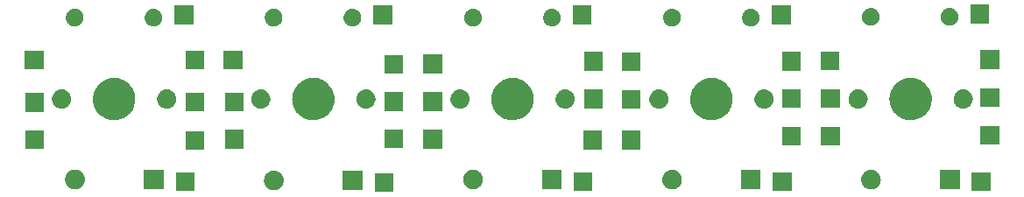
<source format=gbr>
G04 #@! TF.GenerationSoftware,KiCad,Pcbnew,6.0.0-unknown-cbea514~86~ubuntu18.04.1*
G04 #@! TF.CreationDate,2019-06-03T21:41:18+01:00*
G04 #@! TF.ProjectId,keyb,6b657962-2e6b-4696-9361-645f70636258,rev?*
G04 #@! TF.SameCoordinates,Original*
G04 #@! TF.FileFunction,Soldermask,Top*
G04 #@! TF.FilePolarity,Negative*
%FSLAX46Y46*%
G04 Gerber Fmt 4.6, Leading zero omitted, Abs format (unit mm)*
G04 Created by KiCad (PCBNEW 6.0.0-unknown-cbea514~86~ubuntu18.04.1) date 2019-06-03 21:41:18*
%MOMM*%
%LPD*%
G04 APERTURE LIST*
%ADD10C,0.100000*%
G04 APERTURE END LIST*
D10*
G36*
X56120600Y-101180200D02*
G01*
X54318600Y-101180200D01*
X54318600Y-99378200D01*
X56120600Y-99378200D01*
X56120600Y-101180200D01*
X56120600Y-101180200D01*
G37*
G36*
X113829400Y-101104000D02*
G01*
X112027400Y-101104000D01*
X112027400Y-99302000D01*
X113829400Y-99302000D01*
X113829400Y-101104000D01*
X113829400Y-101104000D01*
G37*
G36*
X94601600Y-101104000D02*
G01*
X92799600Y-101104000D01*
X92799600Y-99302000D01*
X94601600Y-99302000D01*
X94601600Y-101104000D01*
X94601600Y-101104000D01*
G37*
G36*
X36892800Y-101078600D02*
G01*
X35090800Y-101078600D01*
X35090800Y-99276600D01*
X36892800Y-99276600D01*
X36892800Y-101078600D01*
X36892800Y-101078600D01*
G37*
G36*
X75373800Y-101078600D02*
G01*
X73571800Y-101078600D01*
X73571800Y-99276600D01*
X75373800Y-99276600D01*
X75373800Y-101078600D01*
X75373800Y-101078600D01*
G37*
G36*
X44711139Y-99140862D02*
G01*
X44851189Y-99161168D01*
X44856726Y-99163400D01*
X44866037Y-99164841D01*
X44943772Y-99198480D01*
X45016641Y-99227847D01*
X45026814Y-99234415D01*
X45043347Y-99241570D01*
X45107930Y-99286791D01*
X45169093Y-99326284D01*
X45182063Y-99338700D01*
X45201607Y-99352385D01*
X45251757Y-99405417D01*
X45300177Y-99451769D01*
X45313947Y-99471181D01*
X45334353Y-99492760D01*
X45369749Y-99549848D01*
X45405169Y-99599781D01*
X45417432Y-99626753D01*
X45436161Y-99656959D01*
X45457347Y-99714542D01*
X45480278Y-99764975D01*
X45488585Y-99799442D01*
X45502873Y-99838276D01*
X45511176Y-99893180D01*
X45522797Y-99941397D01*
X45524706Y-99982641D01*
X45531763Y-100029304D01*
X45529162Y-100078924D01*
X45531187Y-100122668D01*
X45524426Y-100169300D01*
X45521651Y-100222240D01*
X45510596Y-100264682D01*
X45505148Y-100302255D01*
X45487785Y-100352254D01*
X45472952Y-100409201D01*
X45456158Y-100443331D01*
X45445618Y-100473683D01*
X45416208Y-100524520D01*
X45387653Y-100582552D01*
X45367916Y-100607997D01*
X45354746Y-100630762D01*
X45312446Y-100679508D01*
X45269239Y-100735210D01*
X45249222Y-100752367D01*
X45235813Y-100767819D01*
X45180507Y-100811262D01*
X45122547Y-100860940D01*
X45104599Y-100870889D01*
X45093103Y-100879919D01*
X45025423Y-100914777D01*
X44953571Y-100954605D01*
X44939578Y-100958990D01*
X44931777Y-100963008D01*
X44853178Y-100986066D01*
X44769211Y-101012380D01*
X44760448Y-101013270D01*
X44757650Y-101014091D01*
X44670654Y-101022391D01*
X44625279Y-101027000D01*
X44545322Y-101027000D01*
X44442861Y-101011138D01*
X44302811Y-100990832D01*
X44297274Y-100988600D01*
X44287963Y-100987159D01*
X44210228Y-100953520D01*
X44137359Y-100924153D01*
X44127186Y-100917585D01*
X44110653Y-100910430D01*
X44046070Y-100865209D01*
X43984907Y-100825716D01*
X43971937Y-100813300D01*
X43952393Y-100799615D01*
X43902243Y-100746583D01*
X43853823Y-100700231D01*
X43840053Y-100680819D01*
X43819647Y-100659240D01*
X43784251Y-100602152D01*
X43748831Y-100552219D01*
X43736568Y-100525247D01*
X43717839Y-100495041D01*
X43696653Y-100437458D01*
X43673722Y-100387025D01*
X43665415Y-100352558D01*
X43651127Y-100313724D01*
X43642824Y-100258820D01*
X43631203Y-100210603D01*
X43629294Y-100169359D01*
X43622237Y-100122696D01*
X43624838Y-100073076D01*
X43622813Y-100029332D01*
X43629574Y-99982700D01*
X43632349Y-99929760D01*
X43643404Y-99887318D01*
X43648852Y-99849745D01*
X43666215Y-99799746D01*
X43681048Y-99742799D01*
X43697842Y-99708669D01*
X43708382Y-99678317D01*
X43737792Y-99627480D01*
X43766347Y-99569448D01*
X43786084Y-99544003D01*
X43799254Y-99521238D01*
X43841554Y-99472492D01*
X43884761Y-99416790D01*
X43904778Y-99399633D01*
X43918187Y-99384181D01*
X43973493Y-99340738D01*
X44031453Y-99291060D01*
X44049401Y-99281111D01*
X44060897Y-99272081D01*
X44128577Y-99237223D01*
X44200429Y-99197395D01*
X44214422Y-99193010D01*
X44222223Y-99188992D01*
X44300822Y-99165934D01*
X44384789Y-99139620D01*
X44393552Y-99138730D01*
X44396350Y-99137909D01*
X44483346Y-99129609D01*
X44528721Y-99125000D01*
X44608678Y-99125000D01*
X44711139Y-99140862D01*
X44711139Y-99140862D01*
G37*
G36*
X53148000Y-101027000D02*
G01*
X51246000Y-101027000D01*
X51246000Y-99125000D01*
X53148000Y-99125000D01*
X53148000Y-101027000D01*
X53148000Y-101027000D01*
G37*
G36*
X83192139Y-99064662D02*
G01*
X83332189Y-99084968D01*
X83337726Y-99087200D01*
X83347037Y-99088641D01*
X83424772Y-99122280D01*
X83497641Y-99151647D01*
X83507814Y-99158215D01*
X83524347Y-99165370D01*
X83588930Y-99210591D01*
X83650093Y-99250084D01*
X83663063Y-99262500D01*
X83682607Y-99276185D01*
X83732757Y-99329217D01*
X83781177Y-99375569D01*
X83794947Y-99394981D01*
X83815353Y-99416560D01*
X83850749Y-99473648D01*
X83886169Y-99523581D01*
X83898432Y-99550553D01*
X83917161Y-99580759D01*
X83938347Y-99638342D01*
X83961278Y-99688775D01*
X83969585Y-99723242D01*
X83983873Y-99762076D01*
X83992176Y-99816980D01*
X84003797Y-99865197D01*
X84005706Y-99906441D01*
X84012763Y-99953104D01*
X84010162Y-100002724D01*
X84012187Y-100046468D01*
X84005426Y-100093100D01*
X84002651Y-100146040D01*
X83991596Y-100188482D01*
X83986148Y-100226055D01*
X83968785Y-100276054D01*
X83953952Y-100333001D01*
X83937158Y-100367131D01*
X83926618Y-100397483D01*
X83897208Y-100448320D01*
X83868653Y-100506352D01*
X83848916Y-100531797D01*
X83835746Y-100554562D01*
X83793446Y-100603308D01*
X83750239Y-100659010D01*
X83730222Y-100676167D01*
X83716813Y-100691619D01*
X83661507Y-100735062D01*
X83603547Y-100784740D01*
X83585599Y-100794689D01*
X83574103Y-100803719D01*
X83506423Y-100838577D01*
X83434571Y-100878405D01*
X83420578Y-100882790D01*
X83412777Y-100886808D01*
X83334178Y-100909866D01*
X83250211Y-100936180D01*
X83241448Y-100937070D01*
X83238650Y-100937891D01*
X83151654Y-100946191D01*
X83106279Y-100950800D01*
X83026322Y-100950800D01*
X82923861Y-100934938D01*
X82783811Y-100914632D01*
X82778274Y-100912400D01*
X82768963Y-100910959D01*
X82691228Y-100877320D01*
X82618359Y-100847953D01*
X82608186Y-100841385D01*
X82591653Y-100834230D01*
X82527070Y-100789009D01*
X82465907Y-100749516D01*
X82452937Y-100737100D01*
X82433393Y-100723415D01*
X82383243Y-100670383D01*
X82334823Y-100624031D01*
X82321053Y-100604619D01*
X82300647Y-100583040D01*
X82265251Y-100525952D01*
X82229831Y-100476019D01*
X82217568Y-100449047D01*
X82198839Y-100418841D01*
X82177653Y-100361258D01*
X82154722Y-100310825D01*
X82146415Y-100276358D01*
X82132127Y-100237524D01*
X82123824Y-100182620D01*
X82112203Y-100134403D01*
X82110294Y-100093159D01*
X82103237Y-100046496D01*
X82105838Y-99996876D01*
X82103813Y-99953132D01*
X82110574Y-99906500D01*
X82113349Y-99853560D01*
X82124404Y-99811118D01*
X82129852Y-99773545D01*
X82147215Y-99723546D01*
X82162048Y-99666599D01*
X82178842Y-99632469D01*
X82189382Y-99602117D01*
X82218792Y-99551280D01*
X82247347Y-99493248D01*
X82267084Y-99467803D01*
X82280254Y-99445038D01*
X82322554Y-99396292D01*
X82365761Y-99340590D01*
X82385778Y-99323433D01*
X82399187Y-99307981D01*
X82454493Y-99264538D01*
X82512453Y-99214860D01*
X82530401Y-99204911D01*
X82541897Y-99195881D01*
X82609577Y-99161023D01*
X82681429Y-99121195D01*
X82695422Y-99116810D01*
X82703223Y-99112792D01*
X82781822Y-99089734D01*
X82865789Y-99063420D01*
X82874552Y-99062530D01*
X82877350Y-99061709D01*
X82964346Y-99053409D01*
X83009721Y-99048800D01*
X83089678Y-99048800D01*
X83192139Y-99064662D01*
X83192139Y-99064662D01*
G37*
G36*
X110856800Y-100950800D02*
G01*
X108954800Y-100950800D01*
X108954800Y-99048800D01*
X110856800Y-99048800D01*
X110856800Y-100950800D01*
X110856800Y-100950800D01*
G37*
G36*
X91629000Y-100950800D02*
G01*
X89727000Y-100950800D01*
X89727000Y-99048800D01*
X91629000Y-99048800D01*
X91629000Y-100950800D01*
X91629000Y-100950800D01*
G37*
G36*
X102419939Y-99064662D02*
G01*
X102559989Y-99084968D01*
X102565526Y-99087200D01*
X102574837Y-99088641D01*
X102652572Y-99122280D01*
X102725441Y-99151647D01*
X102735614Y-99158215D01*
X102752147Y-99165370D01*
X102816730Y-99210591D01*
X102877893Y-99250084D01*
X102890863Y-99262500D01*
X102910407Y-99276185D01*
X102960557Y-99329217D01*
X103008977Y-99375569D01*
X103022747Y-99394981D01*
X103043153Y-99416560D01*
X103078549Y-99473648D01*
X103113969Y-99523581D01*
X103126232Y-99550553D01*
X103144961Y-99580759D01*
X103166147Y-99638342D01*
X103189078Y-99688775D01*
X103197385Y-99723242D01*
X103211673Y-99762076D01*
X103219976Y-99816980D01*
X103231597Y-99865197D01*
X103233506Y-99906441D01*
X103240563Y-99953104D01*
X103237962Y-100002724D01*
X103239987Y-100046468D01*
X103233226Y-100093100D01*
X103230451Y-100146040D01*
X103219396Y-100188482D01*
X103213948Y-100226055D01*
X103196585Y-100276054D01*
X103181752Y-100333001D01*
X103164958Y-100367131D01*
X103154418Y-100397483D01*
X103125008Y-100448320D01*
X103096453Y-100506352D01*
X103076716Y-100531797D01*
X103063546Y-100554562D01*
X103021246Y-100603308D01*
X102978039Y-100659010D01*
X102958022Y-100676167D01*
X102944613Y-100691619D01*
X102889307Y-100735062D01*
X102831347Y-100784740D01*
X102813399Y-100794689D01*
X102801903Y-100803719D01*
X102734223Y-100838577D01*
X102662371Y-100878405D01*
X102648378Y-100882790D01*
X102640577Y-100886808D01*
X102561978Y-100909866D01*
X102478011Y-100936180D01*
X102469248Y-100937070D01*
X102466450Y-100937891D01*
X102379454Y-100946191D01*
X102334079Y-100950800D01*
X102254122Y-100950800D01*
X102151661Y-100934938D01*
X102011611Y-100914632D01*
X102006074Y-100912400D01*
X101996763Y-100910959D01*
X101919028Y-100877320D01*
X101846159Y-100847953D01*
X101835986Y-100841385D01*
X101819453Y-100834230D01*
X101754870Y-100789009D01*
X101693707Y-100749516D01*
X101680737Y-100737100D01*
X101661193Y-100723415D01*
X101611043Y-100670383D01*
X101562623Y-100624031D01*
X101548853Y-100604619D01*
X101528447Y-100583040D01*
X101493051Y-100525952D01*
X101457631Y-100476019D01*
X101445368Y-100449047D01*
X101426639Y-100418841D01*
X101405453Y-100361258D01*
X101382522Y-100310825D01*
X101374215Y-100276358D01*
X101359927Y-100237524D01*
X101351624Y-100182620D01*
X101340003Y-100134403D01*
X101338094Y-100093159D01*
X101331037Y-100046496D01*
X101333638Y-99996876D01*
X101331613Y-99953132D01*
X101338374Y-99906500D01*
X101341149Y-99853560D01*
X101352204Y-99811118D01*
X101357652Y-99773545D01*
X101375015Y-99723546D01*
X101389848Y-99666599D01*
X101406642Y-99632469D01*
X101417182Y-99602117D01*
X101446592Y-99551280D01*
X101475147Y-99493248D01*
X101494884Y-99467803D01*
X101508054Y-99445038D01*
X101550354Y-99396292D01*
X101593561Y-99340590D01*
X101613578Y-99323433D01*
X101626987Y-99307981D01*
X101682293Y-99264538D01*
X101740253Y-99214860D01*
X101758201Y-99204911D01*
X101769697Y-99195881D01*
X101837377Y-99161023D01*
X101909229Y-99121195D01*
X101923222Y-99116810D01*
X101931023Y-99112792D01*
X102009622Y-99089734D01*
X102093589Y-99063420D01*
X102102352Y-99062530D01*
X102105150Y-99061709D01*
X102192146Y-99053409D01*
X102237521Y-99048800D01*
X102317478Y-99048800D01*
X102419939Y-99064662D01*
X102419939Y-99064662D01*
G37*
G36*
X72401200Y-100925400D02*
G01*
X70499200Y-100925400D01*
X70499200Y-99023400D01*
X72401200Y-99023400D01*
X72401200Y-100925400D01*
X72401200Y-100925400D01*
G37*
G36*
X25483339Y-99039262D02*
G01*
X25623389Y-99059568D01*
X25628926Y-99061800D01*
X25638237Y-99063241D01*
X25715972Y-99096880D01*
X25788841Y-99126247D01*
X25799014Y-99132815D01*
X25815547Y-99139970D01*
X25880130Y-99185191D01*
X25941293Y-99224684D01*
X25954263Y-99237100D01*
X25973807Y-99250785D01*
X26023957Y-99303817D01*
X26072377Y-99350169D01*
X26086147Y-99369581D01*
X26106553Y-99391160D01*
X26141949Y-99448248D01*
X26177369Y-99498181D01*
X26189632Y-99525153D01*
X26208361Y-99555359D01*
X26229547Y-99612942D01*
X26252478Y-99663375D01*
X26260785Y-99697842D01*
X26275073Y-99736676D01*
X26283376Y-99791580D01*
X26294997Y-99839797D01*
X26296906Y-99881041D01*
X26303963Y-99927704D01*
X26301362Y-99977324D01*
X26303387Y-100021068D01*
X26296626Y-100067700D01*
X26293851Y-100120640D01*
X26282796Y-100163082D01*
X26277348Y-100200655D01*
X26259985Y-100250654D01*
X26245152Y-100307601D01*
X26228358Y-100341731D01*
X26217818Y-100372083D01*
X26188408Y-100422920D01*
X26159853Y-100480952D01*
X26140116Y-100506397D01*
X26126946Y-100529162D01*
X26084646Y-100577908D01*
X26041439Y-100633610D01*
X26021422Y-100650767D01*
X26008013Y-100666219D01*
X25952707Y-100709662D01*
X25894747Y-100759340D01*
X25876799Y-100769289D01*
X25865303Y-100778319D01*
X25797623Y-100813177D01*
X25725771Y-100853005D01*
X25711778Y-100857390D01*
X25703977Y-100861408D01*
X25625378Y-100884466D01*
X25541411Y-100910780D01*
X25532648Y-100911670D01*
X25529850Y-100912491D01*
X25442854Y-100920791D01*
X25397479Y-100925400D01*
X25317522Y-100925400D01*
X25215061Y-100909538D01*
X25075011Y-100889232D01*
X25069474Y-100887000D01*
X25060163Y-100885559D01*
X24982428Y-100851920D01*
X24909559Y-100822553D01*
X24899386Y-100815985D01*
X24882853Y-100808830D01*
X24818270Y-100763609D01*
X24757107Y-100724116D01*
X24744137Y-100711700D01*
X24724593Y-100698015D01*
X24674443Y-100644983D01*
X24626023Y-100598631D01*
X24612253Y-100579219D01*
X24591847Y-100557640D01*
X24556451Y-100500552D01*
X24521031Y-100450619D01*
X24508768Y-100423647D01*
X24490039Y-100393441D01*
X24468853Y-100335858D01*
X24445922Y-100285425D01*
X24437615Y-100250958D01*
X24423327Y-100212124D01*
X24415024Y-100157220D01*
X24403403Y-100109003D01*
X24401494Y-100067759D01*
X24394437Y-100021096D01*
X24397038Y-99971476D01*
X24395013Y-99927732D01*
X24401774Y-99881100D01*
X24404549Y-99828160D01*
X24415604Y-99785718D01*
X24421052Y-99748145D01*
X24438415Y-99698146D01*
X24453248Y-99641199D01*
X24470042Y-99607069D01*
X24480582Y-99576717D01*
X24509992Y-99525880D01*
X24538547Y-99467848D01*
X24558284Y-99442403D01*
X24571454Y-99419638D01*
X24613754Y-99370892D01*
X24656961Y-99315190D01*
X24676978Y-99298033D01*
X24690387Y-99282581D01*
X24745693Y-99239138D01*
X24803653Y-99189460D01*
X24821601Y-99179511D01*
X24833097Y-99170481D01*
X24900777Y-99135623D01*
X24972629Y-99095795D01*
X24986622Y-99091410D01*
X24994423Y-99087392D01*
X25073022Y-99064334D01*
X25156989Y-99038020D01*
X25165752Y-99037130D01*
X25168550Y-99036309D01*
X25255546Y-99028009D01*
X25300921Y-99023400D01*
X25380878Y-99023400D01*
X25483339Y-99039262D01*
X25483339Y-99039262D01*
G37*
G36*
X63964339Y-99039262D02*
G01*
X64104389Y-99059568D01*
X64109926Y-99061800D01*
X64119237Y-99063241D01*
X64196972Y-99096880D01*
X64269841Y-99126247D01*
X64280014Y-99132815D01*
X64296547Y-99139970D01*
X64361130Y-99185191D01*
X64422293Y-99224684D01*
X64435263Y-99237100D01*
X64454807Y-99250785D01*
X64504957Y-99303817D01*
X64553377Y-99350169D01*
X64567147Y-99369581D01*
X64587553Y-99391160D01*
X64622949Y-99448248D01*
X64658369Y-99498181D01*
X64670632Y-99525153D01*
X64689361Y-99555359D01*
X64710547Y-99612942D01*
X64733478Y-99663375D01*
X64741785Y-99697842D01*
X64756073Y-99736676D01*
X64764376Y-99791580D01*
X64775997Y-99839797D01*
X64777906Y-99881041D01*
X64784963Y-99927704D01*
X64782362Y-99977324D01*
X64784387Y-100021068D01*
X64777626Y-100067700D01*
X64774851Y-100120640D01*
X64763796Y-100163082D01*
X64758348Y-100200655D01*
X64740985Y-100250654D01*
X64726152Y-100307601D01*
X64709358Y-100341731D01*
X64698818Y-100372083D01*
X64669408Y-100422920D01*
X64640853Y-100480952D01*
X64621116Y-100506397D01*
X64607946Y-100529162D01*
X64565646Y-100577908D01*
X64522439Y-100633610D01*
X64502422Y-100650767D01*
X64489013Y-100666219D01*
X64433707Y-100709662D01*
X64375747Y-100759340D01*
X64357799Y-100769289D01*
X64346303Y-100778319D01*
X64278623Y-100813177D01*
X64206771Y-100853005D01*
X64192778Y-100857390D01*
X64184977Y-100861408D01*
X64106378Y-100884466D01*
X64022411Y-100910780D01*
X64013648Y-100911670D01*
X64010850Y-100912491D01*
X63923854Y-100920791D01*
X63878479Y-100925400D01*
X63798522Y-100925400D01*
X63696061Y-100909538D01*
X63556011Y-100889232D01*
X63550474Y-100887000D01*
X63541163Y-100885559D01*
X63463428Y-100851920D01*
X63390559Y-100822553D01*
X63380386Y-100815985D01*
X63363853Y-100808830D01*
X63299270Y-100763609D01*
X63238107Y-100724116D01*
X63225137Y-100711700D01*
X63205593Y-100698015D01*
X63155443Y-100644983D01*
X63107023Y-100598631D01*
X63093253Y-100579219D01*
X63072847Y-100557640D01*
X63037451Y-100500552D01*
X63002031Y-100450619D01*
X62989768Y-100423647D01*
X62971039Y-100393441D01*
X62949853Y-100335858D01*
X62926922Y-100285425D01*
X62918615Y-100250958D01*
X62904327Y-100212124D01*
X62896024Y-100157220D01*
X62884403Y-100109003D01*
X62882494Y-100067759D01*
X62875437Y-100021096D01*
X62878038Y-99971476D01*
X62876013Y-99927732D01*
X62882774Y-99881100D01*
X62885549Y-99828160D01*
X62896604Y-99785718D01*
X62902052Y-99748145D01*
X62919415Y-99698146D01*
X62934248Y-99641199D01*
X62951042Y-99607069D01*
X62961582Y-99576717D01*
X62990992Y-99525880D01*
X63019547Y-99467848D01*
X63039284Y-99442403D01*
X63052454Y-99419638D01*
X63094754Y-99370892D01*
X63137961Y-99315190D01*
X63157978Y-99298033D01*
X63171387Y-99282581D01*
X63226693Y-99239138D01*
X63284653Y-99189460D01*
X63302601Y-99179511D01*
X63314097Y-99170481D01*
X63381777Y-99135623D01*
X63453629Y-99095795D01*
X63467622Y-99091410D01*
X63475423Y-99087392D01*
X63554022Y-99064334D01*
X63637989Y-99038020D01*
X63646752Y-99037130D01*
X63649550Y-99036309D01*
X63736546Y-99028009D01*
X63781921Y-99023400D01*
X63861878Y-99023400D01*
X63964339Y-99039262D01*
X63964339Y-99039262D01*
G37*
G36*
X33920200Y-100925400D02*
G01*
X32018200Y-100925400D01*
X32018200Y-99023400D01*
X33920200Y-99023400D01*
X33920200Y-100925400D01*
X33920200Y-100925400D01*
G37*
G36*
X37832600Y-97141600D02*
G01*
X36030600Y-97141600D01*
X36030600Y-95339600D01*
X37832600Y-95339600D01*
X37832600Y-97141600D01*
X37832600Y-97141600D01*
G37*
G36*
X80022000Y-97090800D02*
G01*
X78220000Y-97090800D01*
X78220000Y-95288800D01*
X80022000Y-95288800D01*
X80022000Y-97090800D01*
X80022000Y-97090800D01*
G37*
G36*
X76262800Y-97090800D02*
G01*
X74460800Y-97090800D01*
X74460800Y-95288800D01*
X76262800Y-95288800D01*
X76262800Y-97090800D01*
X76262800Y-97090800D01*
G37*
G36*
X22364000Y-97040000D02*
G01*
X20562000Y-97040000D01*
X20562000Y-95238000D01*
X22364000Y-95238000D01*
X22364000Y-97040000D01*
X22364000Y-97040000D01*
G37*
G36*
X41642600Y-96989200D02*
G01*
X39840600Y-96989200D01*
X39840600Y-95187200D01*
X41642600Y-95187200D01*
X41642600Y-96989200D01*
X41642600Y-96989200D01*
G37*
G36*
X60819600Y-96989200D02*
G01*
X59017600Y-96989200D01*
X59017600Y-95187200D01*
X60819600Y-95187200D01*
X60819600Y-96989200D01*
X60819600Y-96989200D01*
G37*
G36*
X57060400Y-96963800D02*
G01*
X55258400Y-96963800D01*
X55258400Y-95161800D01*
X57060400Y-95161800D01*
X57060400Y-96963800D01*
X57060400Y-96963800D01*
G37*
G36*
X99275200Y-96684400D02*
G01*
X97473200Y-96684400D01*
X97473200Y-94882400D01*
X99275200Y-94882400D01*
X99275200Y-96684400D01*
X99275200Y-96684400D01*
G37*
G36*
X95490600Y-96684400D02*
G01*
X93688600Y-96684400D01*
X93688600Y-94882400D01*
X95490600Y-94882400D01*
X95490600Y-96684400D01*
X95490600Y-96684400D01*
G37*
G36*
X114667600Y-96608200D02*
G01*
X112865600Y-96608200D01*
X112865600Y-94806200D01*
X114667600Y-94806200D01*
X114667600Y-96608200D01*
X114667600Y-96608200D01*
G37*
G36*
X48498506Y-90159748D02*
G01*
X48601272Y-90163337D01*
X48639737Y-90170119D01*
X48675804Y-90172768D01*
X48778233Y-90194540D01*
X48882914Y-90212998D01*
X48916667Y-90223965D01*
X48948527Y-90230737D01*
X49050495Y-90267448D01*
X49154903Y-90301372D01*
X49183605Y-90315371D01*
X49210859Y-90325183D01*
X49310150Y-90377091D01*
X49411947Y-90426741D01*
X49435467Y-90442606D01*
X49457957Y-90454363D01*
X49552327Y-90521429D01*
X49649040Y-90586662D01*
X49667469Y-90603256D01*
X49685229Y-90615877D01*
X49772401Y-90697737D01*
X49861570Y-90778025D01*
X49875211Y-90794281D01*
X49888481Y-90806743D01*
X49966220Y-90902742D01*
X50045398Y-90997103D01*
X50054744Y-91012060D01*
X50063941Y-91023417D01*
X50130032Y-91132546D01*
X50196948Y-91239634D01*
X50202669Y-91252483D01*
X50208384Y-91261920D01*
X50260814Y-91383080D01*
X50313269Y-91500895D01*
X50316160Y-91510977D01*
X50319113Y-91517801D01*
X50355994Y-91649894D01*
X50392098Y-91775803D01*
X50393060Y-91782651D01*
X50394094Y-91786353D01*
X50413847Y-91930555D01*
X50431900Y-92059007D01*
X50431900Y-92344993D01*
X50428636Y-92368216D01*
X50428462Y-92384854D01*
X50409251Y-92506150D01*
X50392098Y-92628197D01*
X50387234Y-92645161D01*
X50384948Y-92659592D01*
X50348074Y-92781728D01*
X50313269Y-92903105D01*
X50307550Y-92915950D01*
X50304363Y-92926506D01*
X50249430Y-93046489D01*
X50196948Y-93164366D01*
X50191388Y-93173264D01*
X50188292Y-93180026D01*
X50114800Y-93295830D01*
X50045398Y-93406897D01*
X50040953Y-93412195D01*
X50038897Y-93415434D01*
X49945085Y-93526446D01*
X49861570Y-93625975D01*
X49859086Y-93628211D01*
X49858926Y-93628401D01*
X49651726Y-93814965D01*
X49651520Y-93815105D01*
X49649040Y-93817338D01*
X49541590Y-93889814D01*
X49421121Y-93971685D01*
X49417674Y-93973396D01*
X49411947Y-93977259D01*
X49294281Y-94034649D01*
X49171380Y-94095657D01*
X49164334Y-94098028D01*
X49154903Y-94102628D01*
X49032176Y-94142504D01*
X48907123Y-94184589D01*
X48896293Y-94186655D01*
X48882914Y-94191002D01*
X48758551Y-94212931D01*
X48633244Y-94236834D01*
X48618649Y-94237599D01*
X48601272Y-94240663D01*
X48478144Y-94244963D01*
X48354806Y-94251427D01*
X48336664Y-94249904D01*
X48315460Y-94250644D01*
X48196149Y-94238104D01*
X48076964Y-94228096D01*
X48055699Y-94223343D01*
X48031040Y-94220751D01*
X47917862Y-94192532D01*
X47804854Y-94167272D01*
X47781064Y-94158424D01*
X47753548Y-94151564D01*
X47648581Y-94109155D01*
X47543528Y-94070086D01*
X47517991Y-94056393D01*
X47488386Y-94044432D01*
X47393307Y-93989538D01*
X47297805Y-93938330D01*
X47271460Y-93919189D01*
X47240714Y-93901438D01*
X47156926Y-93835976D01*
X47072231Y-93774441D01*
X47046135Y-93749416D01*
X47015354Y-93725367D01*
X46943924Y-93651399D01*
X46870995Y-93581463D01*
X46846306Y-93550313D01*
X46816691Y-93519646D01*
X46758290Y-93439265D01*
X46697806Y-93362952D01*
X46675751Y-93325659D01*
X46648592Y-93288278D01*
X46603594Y-93203649D01*
X46555874Y-93122959D01*
X46537691Y-93079702D01*
X46514330Y-93035767D01*
X46482751Y-92949004D01*
X46447829Y-92865928D01*
X46434758Y-92817146D01*
X46416516Y-92767027D01*
X46398048Y-92680144D01*
X46375664Y-92596604D01*
X46368884Y-92542935D01*
X46357056Y-92487290D01*
X46351108Y-92402235D01*
X46340718Y-92319989D01*
X46341323Y-92262286D01*
X46337107Y-92202000D01*
X46342808Y-92120465D01*
X46343639Y-92041185D01*
X46352591Y-91980559D01*
X46357056Y-91916710D01*
X46373315Y-91840218D01*
X46384369Y-91765359D01*
X46402469Y-91703058D01*
X46416516Y-91636973D01*
X46442051Y-91566815D01*
X46462159Y-91497605D01*
X46490012Y-91435046D01*
X46514330Y-91368233D01*
X46547707Y-91305460D01*
X46575562Y-91242896D01*
X46613546Y-91181633D01*
X46648592Y-91115722D01*
X46688298Y-91061072D01*
X46722489Y-91005927D01*
X46770732Y-90947611D01*
X46816691Y-90884354D01*
X46861143Y-90838323D01*
X46900213Y-90791095D01*
X46958578Y-90737426D01*
X47015354Y-90678633D01*
X47062987Y-90641418D01*
X47105455Y-90602367D01*
X47173513Y-90555065D01*
X47240714Y-90502562D01*
X47289982Y-90474117D01*
X47334408Y-90443240D01*
X47411478Y-90403971D01*
X47488386Y-90359568D01*
X47537832Y-90339591D01*
X47582834Y-90316661D01*
X47667937Y-90287025D01*
X47753548Y-90252436D01*
X47801836Y-90240396D01*
X47846143Y-90224967D01*
X47938028Y-90206440D01*
X48031040Y-90183249D01*
X48076993Y-90178419D01*
X48119467Y-90169855D01*
X48216658Y-90163740D01*
X48315460Y-90153356D01*
X48358063Y-90154844D01*
X48397732Y-90152348D01*
X48498506Y-90159748D01*
X48498506Y-90159748D01*
G37*
G36*
X29245306Y-90159748D02*
G01*
X29348072Y-90163337D01*
X29386537Y-90170119D01*
X29422604Y-90172768D01*
X29525033Y-90194540D01*
X29629714Y-90212998D01*
X29663467Y-90223965D01*
X29695327Y-90230737D01*
X29797295Y-90267448D01*
X29901703Y-90301372D01*
X29930405Y-90315371D01*
X29957659Y-90325183D01*
X30056950Y-90377091D01*
X30158747Y-90426741D01*
X30182267Y-90442606D01*
X30204757Y-90454363D01*
X30299127Y-90521429D01*
X30395840Y-90586662D01*
X30414269Y-90603256D01*
X30432029Y-90615877D01*
X30519201Y-90697737D01*
X30608370Y-90778025D01*
X30622011Y-90794281D01*
X30635281Y-90806743D01*
X30713020Y-90902742D01*
X30792198Y-90997103D01*
X30801544Y-91012060D01*
X30810741Y-91023417D01*
X30876832Y-91132546D01*
X30943748Y-91239634D01*
X30949469Y-91252483D01*
X30955184Y-91261920D01*
X31007614Y-91383080D01*
X31060069Y-91500895D01*
X31062960Y-91510977D01*
X31065913Y-91517801D01*
X31102794Y-91649894D01*
X31138898Y-91775803D01*
X31139860Y-91782651D01*
X31140894Y-91786353D01*
X31160647Y-91930555D01*
X31178700Y-92059007D01*
X31178700Y-92344993D01*
X31175436Y-92368216D01*
X31175262Y-92384854D01*
X31156051Y-92506150D01*
X31138898Y-92628197D01*
X31134034Y-92645161D01*
X31131748Y-92659592D01*
X31094874Y-92781728D01*
X31060069Y-92903105D01*
X31054350Y-92915950D01*
X31051163Y-92926506D01*
X30996230Y-93046489D01*
X30943748Y-93164366D01*
X30938188Y-93173264D01*
X30935092Y-93180026D01*
X30861600Y-93295830D01*
X30792198Y-93406897D01*
X30787753Y-93412195D01*
X30785697Y-93415434D01*
X30691885Y-93526446D01*
X30608370Y-93625975D01*
X30605886Y-93628211D01*
X30605726Y-93628401D01*
X30398526Y-93814965D01*
X30398320Y-93815105D01*
X30395840Y-93817338D01*
X30288390Y-93889814D01*
X30167921Y-93971685D01*
X30164474Y-93973396D01*
X30158747Y-93977259D01*
X30041081Y-94034649D01*
X29918180Y-94095657D01*
X29911134Y-94098028D01*
X29901703Y-94102628D01*
X29778976Y-94142504D01*
X29653923Y-94184589D01*
X29643093Y-94186655D01*
X29629714Y-94191002D01*
X29505351Y-94212931D01*
X29380044Y-94236834D01*
X29365449Y-94237599D01*
X29348072Y-94240663D01*
X29224944Y-94244963D01*
X29101606Y-94251427D01*
X29083464Y-94249904D01*
X29062260Y-94250644D01*
X28942949Y-94238104D01*
X28823764Y-94228096D01*
X28802499Y-94223343D01*
X28777840Y-94220751D01*
X28664662Y-94192532D01*
X28551654Y-94167272D01*
X28527864Y-94158424D01*
X28500348Y-94151564D01*
X28395381Y-94109155D01*
X28290328Y-94070086D01*
X28264791Y-94056393D01*
X28235186Y-94044432D01*
X28140107Y-93989538D01*
X28044605Y-93938330D01*
X28018260Y-93919189D01*
X27987514Y-93901438D01*
X27903726Y-93835976D01*
X27819031Y-93774441D01*
X27792935Y-93749416D01*
X27762154Y-93725367D01*
X27690724Y-93651399D01*
X27617795Y-93581463D01*
X27593106Y-93550313D01*
X27563491Y-93519646D01*
X27505090Y-93439265D01*
X27444606Y-93362952D01*
X27422551Y-93325659D01*
X27395392Y-93288278D01*
X27350394Y-93203649D01*
X27302674Y-93122959D01*
X27284491Y-93079702D01*
X27261130Y-93035767D01*
X27229551Y-92949004D01*
X27194629Y-92865928D01*
X27181558Y-92817146D01*
X27163316Y-92767027D01*
X27144848Y-92680144D01*
X27122464Y-92596604D01*
X27115684Y-92542935D01*
X27103856Y-92487290D01*
X27097908Y-92402235D01*
X27087518Y-92319989D01*
X27088123Y-92262286D01*
X27083907Y-92202000D01*
X27089608Y-92120465D01*
X27090439Y-92041185D01*
X27099391Y-91980559D01*
X27103856Y-91916710D01*
X27120115Y-91840218D01*
X27131169Y-91765359D01*
X27149269Y-91703058D01*
X27163316Y-91636973D01*
X27188851Y-91566815D01*
X27208959Y-91497605D01*
X27236812Y-91435046D01*
X27261130Y-91368233D01*
X27294507Y-91305460D01*
X27322362Y-91242896D01*
X27360346Y-91181633D01*
X27395392Y-91115722D01*
X27435098Y-91061072D01*
X27469289Y-91005927D01*
X27517532Y-90947611D01*
X27563491Y-90884354D01*
X27607943Y-90838323D01*
X27647013Y-90791095D01*
X27705378Y-90737426D01*
X27762154Y-90678633D01*
X27809787Y-90641418D01*
X27852255Y-90602367D01*
X27920313Y-90555065D01*
X27987514Y-90502562D01*
X28036782Y-90474117D01*
X28081208Y-90443240D01*
X28158278Y-90403971D01*
X28235186Y-90359568D01*
X28284632Y-90339591D01*
X28329634Y-90316661D01*
X28414737Y-90287025D01*
X28500348Y-90252436D01*
X28548636Y-90240396D01*
X28592943Y-90224967D01*
X28684828Y-90206440D01*
X28777840Y-90183249D01*
X28823793Y-90178419D01*
X28866267Y-90169855D01*
X28963458Y-90163740D01*
X29062260Y-90153356D01*
X29104863Y-90154844D01*
X29144532Y-90152348D01*
X29245306Y-90159748D01*
X29245306Y-90159748D01*
G37*
G36*
X67751706Y-90159748D02*
G01*
X67854472Y-90163337D01*
X67892937Y-90170119D01*
X67929004Y-90172768D01*
X68031433Y-90194540D01*
X68136114Y-90212998D01*
X68169867Y-90223965D01*
X68201727Y-90230737D01*
X68303695Y-90267448D01*
X68408103Y-90301372D01*
X68436805Y-90315371D01*
X68464059Y-90325183D01*
X68563350Y-90377091D01*
X68665147Y-90426741D01*
X68688667Y-90442606D01*
X68711157Y-90454363D01*
X68805527Y-90521429D01*
X68902240Y-90586662D01*
X68920669Y-90603256D01*
X68938429Y-90615877D01*
X69025601Y-90697737D01*
X69114770Y-90778025D01*
X69128411Y-90794281D01*
X69141681Y-90806743D01*
X69219420Y-90902742D01*
X69298598Y-90997103D01*
X69307944Y-91012060D01*
X69317141Y-91023417D01*
X69383232Y-91132546D01*
X69450148Y-91239634D01*
X69455869Y-91252483D01*
X69461584Y-91261920D01*
X69514014Y-91383080D01*
X69566469Y-91500895D01*
X69569360Y-91510977D01*
X69572313Y-91517801D01*
X69609194Y-91649894D01*
X69645298Y-91775803D01*
X69646260Y-91782651D01*
X69647294Y-91786353D01*
X69667047Y-91930555D01*
X69685100Y-92059007D01*
X69685100Y-92344993D01*
X69681836Y-92368216D01*
X69681662Y-92384854D01*
X69662451Y-92506150D01*
X69645298Y-92628197D01*
X69640434Y-92645161D01*
X69638148Y-92659592D01*
X69601274Y-92781728D01*
X69566469Y-92903105D01*
X69560750Y-92915950D01*
X69557563Y-92926506D01*
X69502630Y-93046489D01*
X69450148Y-93164366D01*
X69444588Y-93173264D01*
X69441492Y-93180026D01*
X69368000Y-93295830D01*
X69298598Y-93406897D01*
X69294153Y-93412195D01*
X69292097Y-93415434D01*
X69198285Y-93526446D01*
X69114770Y-93625975D01*
X69112286Y-93628211D01*
X69112126Y-93628401D01*
X68904926Y-93814965D01*
X68904720Y-93815105D01*
X68902240Y-93817338D01*
X68794790Y-93889814D01*
X68674321Y-93971685D01*
X68670874Y-93973396D01*
X68665147Y-93977259D01*
X68547481Y-94034649D01*
X68424580Y-94095657D01*
X68417534Y-94098028D01*
X68408103Y-94102628D01*
X68285376Y-94142504D01*
X68160323Y-94184589D01*
X68149493Y-94186655D01*
X68136114Y-94191002D01*
X68011751Y-94212931D01*
X67886444Y-94236834D01*
X67871849Y-94237599D01*
X67854472Y-94240663D01*
X67731344Y-94244963D01*
X67608006Y-94251427D01*
X67589864Y-94249904D01*
X67568660Y-94250644D01*
X67449349Y-94238104D01*
X67330164Y-94228096D01*
X67308899Y-94223343D01*
X67284240Y-94220751D01*
X67171062Y-94192532D01*
X67058054Y-94167272D01*
X67034264Y-94158424D01*
X67006748Y-94151564D01*
X66901781Y-94109155D01*
X66796728Y-94070086D01*
X66771191Y-94056393D01*
X66741586Y-94044432D01*
X66646507Y-93989538D01*
X66551005Y-93938330D01*
X66524660Y-93919189D01*
X66493914Y-93901438D01*
X66410126Y-93835976D01*
X66325431Y-93774441D01*
X66299335Y-93749416D01*
X66268554Y-93725367D01*
X66197124Y-93651399D01*
X66124195Y-93581463D01*
X66099506Y-93550313D01*
X66069891Y-93519646D01*
X66011490Y-93439265D01*
X65951006Y-93362952D01*
X65928951Y-93325659D01*
X65901792Y-93288278D01*
X65856794Y-93203649D01*
X65809074Y-93122959D01*
X65790891Y-93079702D01*
X65767530Y-93035767D01*
X65735951Y-92949004D01*
X65701029Y-92865928D01*
X65687958Y-92817146D01*
X65669716Y-92767027D01*
X65651248Y-92680144D01*
X65628864Y-92596604D01*
X65622084Y-92542935D01*
X65610256Y-92487290D01*
X65604308Y-92402235D01*
X65593918Y-92319989D01*
X65594523Y-92262286D01*
X65590307Y-92202000D01*
X65596008Y-92120465D01*
X65596839Y-92041185D01*
X65605791Y-91980559D01*
X65610256Y-91916710D01*
X65626515Y-91840218D01*
X65637569Y-91765359D01*
X65655669Y-91703058D01*
X65669716Y-91636973D01*
X65695251Y-91566815D01*
X65715359Y-91497605D01*
X65743212Y-91435046D01*
X65767530Y-91368233D01*
X65800907Y-91305460D01*
X65828762Y-91242896D01*
X65866746Y-91181633D01*
X65901792Y-91115722D01*
X65941498Y-91061072D01*
X65975689Y-91005927D01*
X66023932Y-90947611D01*
X66069891Y-90884354D01*
X66114343Y-90838323D01*
X66153413Y-90791095D01*
X66211778Y-90737426D01*
X66268554Y-90678633D01*
X66316187Y-90641418D01*
X66358655Y-90602367D01*
X66426713Y-90555065D01*
X66493914Y-90502562D01*
X66543182Y-90474117D01*
X66587608Y-90443240D01*
X66664678Y-90403971D01*
X66741586Y-90359568D01*
X66791032Y-90339591D01*
X66836034Y-90316661D01*
X66921137Y-90287025D01*
X67006748Y-90252436D01*
X67055036Y-90240396D01*
X67099343Y-90224967D01*
X67191228Y-90206440D01*
X67284240Y-90183249D01*
X67330193Y-90178419D01*
X67372667Y-90169855D01*
X67469858Y-90163740D01*
X67568660Y-90153356D01*
X67611263Y-90154844D01*
X67650932Y-90152348D01*
X67751706Y-90159748D01*
X67751706Y-90159748D01*
G37*
G36*
X106232706Y-90159748D02*
G01*
X106335472Y-90163337D01*
X106373937Y-90170119D01*
X106410004Y-90172768D01*
X106512433Y-90194540D01*
X106617114Y-90212998D01*
X106650867Y-90223965D01*
X106682727Y-90230737D01*
X106784695Y-90267448D01*
X106889103Y-90301372D01*
X106917805Y-90315371D01*
X106945059Y-90325183D01*
X107044350Y-90377091D01*
X107146147Y-90426741D01*
X107169667Y-90442606D01*
X107192157Y-90454363D01*
X107286527Y-90521429D01*
X107383240Y-90586662D01*
X107401669Y-90603256D01*
X107419429Y-90615877D01*
X107506601Y-90697737D01*
X107595770Y-90778025D01*
X107609411Y-90794281D01*
X107622681Y-90806743D01*
X107700420Y-90902742D01*
X107779598Y-90997103D01*
X107788944Y-91012060D01*
X107798141Y-91023417D01*
X107864232Y-91132546D01*
X107931148Y-91239634D01*
X107936869Y-91252483D01*
X107942584Y-91261920D01*
X107995014Y-91383080D01*
X108047469Y-91500895D01*
X108050360Y-91510977D01*
X108053313Y-91517801D01*
X108090194Y-91649894D01*
X108126298Y-91775803D01*
X108127260Y-91782651D01*
X108128294Y-91786353D01*
X108148047Y-91930555D01*
X108166100Y-92059007D01*
X108166100Y-92344993D01*
X108162836Y-92368216D01*
X108162662Y-92384854D01*
X108143451Y-92506150D01*
X108126298Y-92628197D01*
X108121434Y-92645161D01*
X108119148Y-92659592D01*
X108082274Y-92781728D01*
X108047469Y-92903105D01*
X108041750Y-92915950D01*
X108038563Y-92926506D01*
X107983630Y-93046489D01*
X107931148Y-93164366D01*
X107925588Y-93173264D01*
X107922492Y-93180026D01*
X107849000Y-93295830D01*
X107779598Y-93406897D01*
X107775153Y-93412195D01*
X107773097Y-93415434D01*
X107679285Y-93526446D01*
X107595770Y-93625975D01*
X107593286Y-93628211D01*
X107593126Y-93628401D01*
X107385926Y-93814965D01*
X107385720Y-93815105D01*
X107383240Y-93817338D01*
X107275790Y-93889814D01*
X107155321Y-93971685D01*
X107151874Y-93973396D01*
X107146147Y-93977259D01*
X107028481Y-94034649D01*
X106905580Y-94095657D01*
X106898534Y-94098028D01*
X106889103Y-94102628D01*
X106766376Y-94142504D01*
X106641323Y-94184589D01*
X106630493Y-94186655D01*
X106617114Y-94191002D01*
X106492751Y-94212931D01*
X106367444Y-94236834D01*
X106352849Y-94237599D01*
X106335472Y-94240663D01*
X106212344Y-94244963D01*
X106089006Y-94251427D01*
X106070864Y-94249904D01*
X106049660Y-94250644D01*
X105930349Y-94238104D01*
X105811164Y-94228096D01*
X105789899Y-94223343D01*
X105765240Y-94220751D01*
X105652062Y-94192532D01*
X105539054Y-94167272D01*
X105515264Y-94158424D01*
X105487748Y-94151564D01*
X105382781Y-94109155D01*
X105277728Y-94070086D01*
X105252191Y-94056393D01*
X105222586Y-94044432D01*
X105127507Y-93989538D01*
X105032005Y-93938330D01*
X105005660Y-93919189D01*
X104974914Y-93901438D01*
X104891126Y-93835976D01*
X104806431Y-93774441D01*
X104780335Y-93749416D01*
X104749554Y-93725367D01*
X104678124Y-93651399D01*
X104605195Y-93581463D01*
X104580506Y-93550313D01*
X104550891Y-93519646D01*
X104492490Y-93439265D01*
X104432006Y-93362952D01*
X104409951Y-93325659D01*
X104382792Y-93288278D01*
X104337794Y-93203649D01*
X104290074Y-93122959D01*
X104271891Y-93079702D01*
X104248530Y-93035767D01*
X104216951Y-92949004D01*
X104182029Y-92865928D01*
X104168958Y-92817146D01*
X104150716Y-92767027D01*
X104132248Y-92680144D01*
X104109864Y-92596604D01*
X104103084Y-92542935D01*
X104091256Y-92487290D01*
X104085308Y-92402235D01*
X104074918Y-92319989D01*
X104075523Y-92262286D01*
X104071307Y-92202000D01*
X104077008Y-92120465D01*
X104077839Y-92041185D01*
X104086791Y-91980559D01*
X104091256Y-91916710D01*
X104107515Y-91840218D01*
X104118569Y-91765359D01*
X104136669Y-91703058D01*
X104150716Y-91636973D01*
X104176251Y-91566815D01*
X104196359Y-91497605D01*
X104224212Y-91435046D01*
X104248530Y-91368233D01*
X104281907Y-91305460D01*
X104309762Y-91242896D01*
X104347746Y-91181633D01*
X104382792Y-91115722D01*
X104422498Y-91061072D01*
X104456689Y-91005927D01*
X104504932Y-90947611D01*
X104550891Y-90884354D01*
X104595343Y-90838323D01*
X104634413Y-90791095D01*
X104692778Y-90737426D01*
X104749554Y-90678633D01*
X104797187Y-90641418D01*
X104839655Y-90602367D01*
X104907713Y-90555065D01*
X104974914Y-90502562D01*
X105024182Y-90474117D01*
X105068608Y-90443240D01*
X105145678Y-90403971D01*
X105222586Y-90359568D01*
X105272032Y-90339591D01*
X105317034Y-90316661D01*
X105402137Y-90287025D01*
X105487748Y-90252436D01*
X105536036Y-90240396D01*
X105580343Y-90224967D01*
X105672228Y-90206440D01*
X105765240Y-90183249D01*
X105811193Y-90178419D01*
X105853667Y-90169855D01*
X105950858Y-90163740D01*
X106049660Y-90153356D01*
X106092263Y-90154844D01*
X106131932Y-90152348D01*
X106232706Y-90159748D01*
X106232706Y-90159748D01*
G37*
G36*
X86979506Y-90159748D02*
G01*
X87082272Y-90163337D01*
X87120737Y-90170119D01*
X87156804Y-90172768D01*
X87259233Y-90194540D01*
X87363914Y-90212998D01*
X87397667Y-90223965D01*
X87429527Y-90230737D01*
X87531495Y-90267448D01*
X87635903Y-90301372D01*
X87664605Y-90315371D01*
X87691859Y-90325183D01*
X87791150Y-90377091D01*
X87892947Y-90426741D01*
X87916467Y-90442606D01*
X87938957Y-90454363D01*
X88033327Y-90521429D01*
X88130040Y-90586662D01*
X88148469Y-90603256D01*
X88166229Y-90615877D01*
X88253401Y-90697737D01*
X88342570Y-90778025D01*
X88356211Y-90794281D01*
X88369481Y-90806743D01*
X88447220Y-90902742D01*
X88526398Y-90997103D01*
X88535744Y-91012060D01*
X88544941Y-91023417D01*
X88611032Y-91132546D01*
X88677948Y-91239634D01*
X88683669Y-91252483D01*
X88689384Y-91261920D01*
X88741814Y-91383080D01*
X88794269Y-91500895D01*
X88797160Y-91510977D01*
X88800113Y-91517801D01*
X88836994Y-91649894D01*
X88873098Y-91775803D01*
X88874060Y-91782651D01*
X88875094Y-91786353D01*
X88894847Y-91930555D01*
X88912900Y-92059007D01*
X88912900Y-92344993D01*
X88909636Y-92368216D01*
X88909462Y-92384854D01*
X88890251Y-92506150D01*
X88873098Y-92628197D01*
X88868234Y-92645161D01*
X88865948Y-92659592D01*
X88829074Y-92781728D01*
X88794269Y-92903105D01*
X88788550Y-92915950D01*
X88785363Y-92926506D01*
X88730430Y-93046489D01*
X88677948Y-93164366D01*
X88672388Y-93173264D01*
X88669292Y-93180026D01*
X88595800Y-93295830D01*
X88526398Y-93406897D01*
X88521953Y-93412195D01*
X88519897Y-93415434D01*
X88426085Y-93526446D01*
X88342570Y-93625975D01*
X88340086Y-93628211D01*
X88339926Y-93628401D01*
X88132726Y-93814965D01*
X88132520Y-93815105D01*
X88130040Y-93817338D01*
X88022590Y-93889814D01*
X87902121Y-93971685D01*
X87898674Y-93973396D01*
X87892947Y-93977259D01*
X87775281Y-94034649D01*
X87652380Y-94095657D01*
X87645334Y-94098028D01*
X87635903Y-94102628D01*
X87513176Y-94142504D01*
X87388123Y-94184589D01*
X87377293Y-94186655D01*
X87363914Y-94191002D01*
X87239551Y-94212931D01*
X87114244Y-94236834D01*
X87099649Y-94237599D01*
X87082272Y-94240663D01*
X86959144Y-94244963D01*
X86835806Y-94251427D01*
X86817664Y-94249904D01*
X86796460Y-94250644D01*
X86677149Y-94238104D01*
X86557964Y-94228096D01*
X86536699Y-94223343D01*
X86512040Y-94220751D01*
X86398862Y-94192532D01*
X86285854Y-94167272D01*
X86262064Y-94158424D01*
X86234548Y-94151564D01*
X86129581Y-94109155D01*
X86024528Y-94070086D01*
X85998991Y-94056393D01*
X85969386Y-94044432D01*
X85874307Y-93989538D01*
X85778805Y-93938330D01*
X85752460Y-93919189D01*
X85721714Y-93901438D01*
X85637926Y-93835976D01*
X85553231Y-93774441D01*
X85527135Y-93749416D01*
X85496354Y-93725367D01*
X85424924Y-93651399D01*
X85351995Y-93581463D01*
X85327306Y-93550313D01*
X85297691Y-93519646D01*
X85239290Y-93439265D01*
X85178806Y-93362952D01*
X85156751Y-93325659D01*
X85129592Y-93288278D01*
X85084594Y-93203649D01*
X85036874Y-93122959D01*
X85018691Y-93079702D01*
X84995330Y-93035767D01*
X84963751Y-92949004D01*
X84928829Y-92865928D01*
X84915758Y-92817146D01*
X84897516Y-92767027D01*
X84879048Y-92680144D01*
X84856664Y-92596604D01*
X84849884Y-92542935D01*
X84838056Y-92487290D01*
X84832108Y-92402235D01*
X84821718Y-92319989D01*
X84822323Y-92262286D01*
X84818107Y-92202000D01*
X84823808Y-92120465D01*
X84824639Y-92041185D01*
X84833591Y-91980559D01*
X84838056Y-91916710D01*
X84854315Y-91840218D01*
X84865369Y-91765359D01*
X84883469Y-91703058D01*
X84897516Y-91636973D01*
X84923051Y-91566815D01*
X84943159Y-91497605D01*
X84971012Y-91435046D01*
X84995330Y-91368233D01*
X85028707Y-91305460D01*
X85056562Y-91242896D01*
X85094546Y-91181633D01*
X85129592Y-91115722D01*
X85169298Y-91061072D01*
X85203489Y-91005927D01*
X85251732Y-90947611D01*
X85297691Y-90884354D01*
X85342143Y-90838323D01*
X85381213Y-90791095D01*
X85439578Y-90737426D01*
X85496354Y-90678633D01*
X85543987Y-90641418D01*
X85586455Y-90602367D01*
X85654513Y-90555065D01*
X85721714Y-90502562D01*
X85770982Y-90474117D01*
X85815408Y-90443240D01*
X85892478Y-90403971D01*
X85969386Y-90359568D01*
X86018832Y-90339591D01*
X86063834Y-90316661D01*
X86148937Y-90287025D01*
X86234548Y-90252436D01*
X86282836Y-90240396D01*
X86327143Y-90224967D01*
X86419028Y-90206440D01*
X86512040Y-90183249D01*
X86557993Y-90178419D01*
X86600467Y-90169855D01*
X86697658Y-90163740D01*
X86796460Y-90153356D01*
X86839063Y-90154844D01*
X86878732Y-90152348D01*
X86979506Y-90159748D01*
X86979506Y-90159748D01*
G37*
G36*
X22364000Y-93433200D02*
G01*
X20562000Y-93433200D01*
X20562000Y-91631200D01*
X22364000Y-91631200D01*
X22364000Y-93433200D01*
X22364000Y-93433200D01*
G37*
G36*
X37832600Y-93382400D02*
G01*
X36030600Y-93382400D01*
X36030600Y-91580400D01*
X37832600Y-91580400D01*
X37832600Y-93382400D01*
X37832600Y-93382400D01*
G37*
G36*
X41642600Y-93382400D02*
G01*
X39840600Y-93382400D01*
X39840600Y-91580400D01*
X41642600Y-91580400D01*
X41642600Y-93382400D01*
X41642600Y-93382400D01*
G37*
G36*
X60819600Y-93357000D02*
G01*
X59017600Y-93357000D01*
X59017600Y-91555000D01*
X60819600Y-91555000D01*
X60819600Y-93357000D01*
X60819600Y-93357000D01*
G37*
G36*
X57060400Y-93357000D02*
G01*
X55258400Y-93357000D01*
X55258400Y-91555000D01*
X57060400Y-91555000D01*
X57060400Y-93357000D01*
X57060400Y-93357000D01*
G37*
G36*
X80022000Y-93153800D02*
G01*
X78220000Y-93153800D01*
X78220000Y-91351800D01*
X80022000Y-91351800D01*
X80022000Y-93153800D01*
X80022000Y-93153800D01*
G37*
G36*
X43358284Y-91276290D02*
G01*
X43404262Y-91276611D01*
X43449302Y-91285857D01*
X43500587Y-91291247D01*
X43543526Y-91305199D01*
X43582153Y-91313128D01*
X43630577Y-91333484D01*
X43685712Y-91351398D01*
X43719230Y-91370750D01*
X43749560Y-91383499D01*
X43798562Y-91416552D01*
X43854287Y-91448724D01*
X43878256Y-91470306D01*
X43900115Y-91485050D01*
X43946436Y-91531695D01*
X43998942Y-91578972D01*
X44014094Y-91599827D01*
X44028074Y-91613905D01*
X44068188Y-91674281D01*
X44113356Y-91736450D01*
X44121204Y-91754077D01*
X44128571Y-91765165D01*
X44158866Y-91838666D01*
X44192529Y-91914274D01*
X44195191Y-91926797D01*
X44197773Y-91933062D01*
X44214799Y-92019048D01*
X44232999Y-92104674D01*
X44232999Y-92299326D01*
X44230039Y-92313252D01*
X44229952Y-92319480D01*
X44210752Y-92403990D01*
X44192529Y-92489726D01*
X44189967Y-92495480D01*
X44189915Y-92495709D01*
X44116053Y-92661605D01*
X44115917Y-92661798D01*
X44113356Y-92667550D01*
X44061843Y-92738451D01*
X44011373Y-92809997D01*
X44006471Y-92814665D01*
X43998942Y-92825028D01*
X43937405Y-92880436D01*
X43879862Y-92935234D01*
X43868628Y-92942364D01*
X43854287Y-92955276D01*
X43787743Y-92993695D01*
X43726538Y-93032537D01*
X43708035Y-93039714D01*
X43685712Y-93052602D01*
X43618526Y-93074432D01*
X43557223Y-93098210D01*
X43531253Y-93102789D01*
X43500587Y-93112753D01*
X43436598Y-93119479D01*
X43378389Y-93129742D01*
X43345501Y-93129053D01*
X43307000Y-93133100D01*
X43249341Y-93127040D01*
X43196824Y-93125940D01*
X43158309Y-93117472D01*
X43113413Y-93112753D01*
X43064369Y-93096818D01*
X43019462Y-93086944D01*
X42977327Y-93068536D01*
X42928288Y-93052602D01*
X42889197Y-93030033D01*
X42853057Y-93014244D01*
X42809922Y-92984264D01*
X42759713Y-92955276D01*
X42730943Y-92929371D01*
X42703935Y-92910600D01*
X42662883Y-92868090D01*
X42615058Y-92825028D01*
X42596101Y-92798935D01*
X42577783Y-92779967D01*
X42542170Y-92724706D01*
X42500644Y-92667550D01*
X42490158Y-92643998D01*
X42479411Y-92627322D01*
X42452730Y-92559935D01*
X42421471Y-92489726D01*
X42417459Y-92470851D01*
X42412559Y-92458475D01*
X42398206Y-92380268D01*
X42381001Y-92299326D01*
X42381001Y-92286528D01*
X42379778Y-92279864D01*
X42381001Y-92192292D01*
X42381001Y-92104674D01*
X42382311Y-92098512D01*
X42382314Y-92098276D01*
X42420070Y-91920651D01*
X42420160Y-91920440D01*
X42421471Y-91914274D01*
X42457133Y-91834175D01*
X42491609Y-91753738D01*
X42495434Y-91748151D01*
X42500644Y-91736450D01*
X42549307Y-91669471D01*
X42594207Y-91603895D01*
X42603716Y-91594584D01*
X42615058Y-91578972D01*
X42672174Y-91527545D01*
X42723954Y-91476838D01*
X42740553Y-91465976D01*
X42759713Y-91448724D01*
X42820901Y-91413398D01*
X42875912Y-91377399D01*
X42900364Y-91367520D01*
X42928288Y-91351398D01*
X42989475Y-91331517D01*
X43044284Y-91309373D01*
X43076600Y-91303208D01*
X43113413Y-91291247D01*
X43171070Y-91285187D01*
X43222668Y-91275344D01*
X43262101Y-91275619D01*
X43307000Y-91270900D01*
X43358284Y-91276290D01*
X43358284Y-91276290D01*
G37*
G36*
X72771484Y-91276290D02*
G01*
X72817462Y-91276611D01*
X72862502Y-91285857D01*
X72913787Y-91291247D01*
X72956726Y-91305199D01*
X72995353Y-91313128D01*
X73043777Y-91333484D01*
X73098912Y-91351398D01*
X73132430Y-91370750D01*
X73162760Y-91383499D01*
X73211762Y-91416552D01*
X73267487Y-91448724D01*
X73291456Y-91470306D01*
X73313315Y-91485050D01*
X73359636Y-91531695D01*
X73412142Y-91578972D01*
X73427294Y-91599827D01*
X73441274Y-91613905D01*
X73481388Y-91674281D01*
X73526556Y-91736450D01*
X73534404Y-91754077D01*
X73541771Y-91765165D01*
X73572066Y-91838666D01*
X73605729Y-91914274D01*
X73608391Y-91926797D01*
X73610973Y-91933062D01*
X73627999Y-92019048D01*
X73646199Y-92104674D01*
X73646199Y-92299326D01*
X73643239Y-92313252D01*
X73643152Y-92319480D01*
X73623952Y-92403990D01*
X73605729Y-92489726D01*
X73603167Y-92495480D01*
X73603115Y-92495709D01*
X73529253Y-92661605D01*
X73529117Y-92661798D01*
X73526556Y-92667550D01*
X73475043Y-92738451D01*
X73424573Y-92809997D01*
X73419671Y-92814665D01*
X73412142Y-92825028D01*
X73350605Y-92880436D01*
X73293062Y-92935234D01*
X73281828Y-92942364D01*
X73267487Y-92955276D01*
X73200943Y-92993695D01*
X73139738Y-93032537D01*
X73121235Y-93039714D01*
X73098912Y-93052602D01*
X73031726Y-93074432D01*
X72970423Y-93098210D01*
X72944453Y-93102789D01*
X72913787Y-93112753D01*
X72849798Y-93119479D01*
X72791589Y-93129742D01*
X72758701Y-93129053D01*
X72720200Y-93133100D01*
X72662541Y-93127040D01*
X72610024Y-93125940D01*
X72571509Y-93117472D01*
X72526613Y-93112753D01*
X72477569Y-93096818D01*
X72432662Y-93086944D01*
X72390527Y-93068536D01*
X72341488Y-93052602D01*
X72302397Y-93030033D01*
X72266257Y-93014244D01*
X72223122Y-92984264D01*
X72172913Y-92955276D01*
X72144143Y-92929371D01*
X72117135Y-92910600D01*
X72076083Y-92868090D01*
X72028258Y-92825028D01*
X72009301Y-92798935D01*
X71990983Y-92779967D01*
X71955370Y-92724706D01*
X71913844Y-92667550D01*
X71903358Y-92643998D01*
X71892611Y-92627322D01*
X71865930Y-92559935D01*
X71834671Y-92489726D01*
X71830659Y-92470851D01*
X71825759Y-92458475D01*
X71811406Y-92380268D01*
X71794201Y-92299326D01*
X71794201Y-92286528D01*
X71792978Y-92279864D01*
X71794201Y-92192292D01*
X71794201Y-92104674D01*
X71795511Y-92098512D01*
X71795514Y-92098276D01*
X71833270Y-91920651D01*
X71833360Y-91920440D01*
X71834671Y-91914274D01*
X71870333Y-91834175D01*
X71904809Y-91753738D01*
X71908634Y-91748151D01*
X71913844Y-91736450D01*
X71962507Y-91669471D01*
X72007407Y-91603895D01*
X72016916Y-91594584D01*
X72028258Y-91578972D01*
X72085374Y-91527545D01*
X72137154Y-91476838D01*
X72153753Y-91465976D01*
X72172913Y-91448724D01*
X72234101Y-91413398D01*
X72289112Y-91377399D01*
X72313564Y-91367520D01*
X72341488Y-91351398D01*
X72402675Y-91331517D01*
X72457484Y-91309373D01*
X72489800Y-91303208D01*
X72526613Y-91291247D01*
X72584270Y-91285187D01*
X72635868Y-91275344D01*
X72675301Y-91275619D01*
X72720200Y-91270900D01*
X72771484Y-91276290D01*
X72771484Y-91276290D01*
G37*
G36*
X62611484Y-91276290D02*
G01*
X62657462Y-91276611D01*
X62702502Y-91285857D01*
X62753787Y-91291247D01*
X62796726Y-91305199D01*
X62835353Y-91313128D01*
X62883777Y-91333484D01*
X62938912Y-91351398D01*
X62972430Y-91370750D01*
X63002760Y-91383499D01*
X63051762Y-91416552D01*
X63107487Y-91448724D01*
X63131456Y-91470306D01*
X63153315Y-91485050D01*
X63199636Y-91531695D01*
X63252142Y-91578972D01*
X63267294Y-91599827D01*
X63281274Y-91613905D01*
X63321388Y-91674281D01*
X63366556Y-91736450D01*
X63374404Y-91754077D01*
X63381771Y-91765165D01*
X63412066Y-91838666D01*
X63445729Y-91914274D01*
X63448391Y-91926797D01*
X63450973Y-91933062D01*
X63467999Y-92019048D01*
X63486199Y-92104674D01*
X63486199Y-92299326D01*
X63483239Y-92313252D01*
X63483152Y-92319480D01*
X63463952Y-92403990D01*
X63445729Y-92489726D01*
X63443167Y-92495480D01*
X63443115Y-92495709D01*
X63369253Y-92661605D01*
X63369117Y-92661798D01*
X63366556Y-92667550D01*
X63315043Y-92738451D01*
X63264573Y-92809997D01*
X63259671Y-92814665D01*
X63252142Y-92825028D01*
X63190605Y-92880436D01*
X63133062Y-92935234D01*
X63121828Y-92942364D01*
X63107487Y-92955276D01*
X63040943Y-92993695D01*
X62979738Y-93032537D01*
X62961235Y-93039714D01*
X62938912Y-93052602D01*
X62871726Y-93074432D01*
X62810423Y-93098210D01*
X62784453Y-93102789D01*
X62753787Y-93112753D01*
X62689798Y-93119479D01*
X62631589Y-93129742D01*
X62598701Y-93129053D01*
X62560200Y-93133100D01*
X62502541Y-93127040D01*
X62450024Y-93125940D01*
X62411509Y-93117472D01*
X62366613Y-93112753D01*
X62317569Y-93096818D01*
X62272662Y-93086944D01*
X62230527Y-93068536D01*
X62181488Y-93052602D01*
X62142397Y-93030033D01*
X62106257Y-93014244D01*
X62063122Y-92984264D01*
X62012913Y-92955276D01*
X61984143Y-92929371D01*
X61957135Y-92910600D01*
X61916083Y-92868090D01*
X61868258Y-92825028D01*
X61849301Y-92798935D01*
X61830983Y-92779967D01*
X61795370Y-92724706D01*
X61753844Y-92667550D01*
X61743358Y-92643998D01*
X61732611Y-92627322D01*
X61705930Y-92559935D01*
X61674671Y-92489726D01*
X61670659Y-92470851D01*
X61665759Y-92458475D01*
X61651406Y-92380268D01*
X61634201Y-92299326D01*
X61634201Y-92286528D01*
X61632978Y-92279864D01*
X61634201Y-92192292D01*
X61634201Y-92104674D01*
X61635511Y-92098512D01*
X61635514Y-92098276D01*
X61673270Y-91920651D01*
X61673360Y-91920440D01*
X61674671Y-91914274D01*
X61710333Y-91834175D01*
X61744809Y-91753738D01*
X61748634Y-91748151D01*
X61753844Y-91736450D01*
X61802507Y-91669471D01*
X61847407Y-91603895D01*
X61856916Y-91594584D01*
X61868258Y-91578972D01*
X61925374Y-91527545D01*
X61977154Y-91476838D01*
X61993753Y-91465976D01*
X62012913Y-91448724D01*
X62074101Y-91413398D01*
X62129112Y-91377399D01*
X62153564Y-91367520D01*
X62181488Y-91351398D01*
X62242675Y-91331517D01*
X62297484Y-91309373D01*
X62329800Y-91303208D01*
X62366613Y-91291247D01*
X62424270Y-91285187D01*
X62475868Y-91275344D01*
X62515301Y-91275619D01*
X62560200Y-91270900D01*
X62611484Y-91276290D01*
X62611484Y-91276290D01*
G37*
G36*
X81839284Y-91276290D02*
G01*
X81885262Y-91276611D01*
X81930302Y-91285857D01*
X81981587Y-91291247D01*
X82024526Y-91305199D01*
X82063153Y-91313128D01*
X82111577Y-91333484D01*
X82166712Y-91351398D01*
X82200230Y-91370750D01*
X82230560Y-91383499D01*
X82279562Y-91416552D01*
X82335287Y-91448724D01*
X82359256Y-91470306D01*
X82381115Y-91485050D01*
X82427436Y-91531695D01*
X82479942Y-91578972D01*
X82495094Y-91599827D01*
X82509074Y-91613905D01*
X82549188Y-91674281D01*
X82594356Y-91736450D01*
X82602204Y-91754077D01*
X82609571Y-91765165D01*
X82639866Y-91838666D01*
X82673529Y-91914274D01*
X82676191Y-91926797D01*
X82678773Y-91933062D01*
X82695799Y-92019048D01*
X82713999Y-92104674D01*
X82713999Y-92299326D01*
X82711039Y-92313252D01*
X82710952Y-92319480D01*
X82691752Y-92403990D01*
X82673529Y-92489726D01*
X82670967Y-92495480D01*
X82670915Y-92495709D01*
X82597053Y-92661605D01*
X82596917Y-92661798D01*
X82594356Y-92667550D01*
X82542843Y-92738451D01*
X82492373Y-92809997D01*
X82487471Y-92814665D01*
X82479942Y-92825028D01*
X82418405Y-92880436D01*
X82360862Y-92935234D01*
X82349628Y-92942364D01*
X82335287Y-92955276D01*
X82268743Y-92993695D01*
X82207538Y-93032537D01*
X82189035Y-93039714D01*
X82166712Y-93052602D01*
X82099526Y-93074432D01*
X82038223Y-93098210D01*
X82012253Y-93102789D01*
X81981587Y-93112753D01*
X81917598Y-93119479D01*
X81859389Y-93129742D01*
X81826501Y-93129053D01*
X81788000Y-93133100D01*
X81730341Y-93127040D01*
X81677824Y-93125940D01*
X81639309Y-93117472D01*
X81594413Y-93112753D01*
X81545369Y-93096818D01*
X81500462Y-93086944D01*
X81458327Y-93068536D01*
X81409288Y-93052602D01*
X81370197Y-93030033D01*
X81334057Y-93014244D01*
X81290922Y-92984264D01*
X81240713Y-92955276D01*
X81211943Y-92929371D01*
X81184935Y-92910600D01*
X81143883Y-92868090D01*
X81096058Y-92825028D01*
X81077101Y-92798935D01*
X81058783Y-92779967D01*
X81023170Y-92724706D01*
X80981644Y-92667550D01*
X80971158Y-92643998D01*
X80960411Y-92627322D01*
X80933730Y-92559935D01*
X80902471Y-92489726D01*
X80898459Y-92470851D01*
X80893559Y-92458475D01*
X80879206Y-92380268D01*
X80862001Y-92299326D01*
X80862001Y-92286528D01*
X80860778Y-92279864D01*
X80862001Y-92192292D01*
X80862001Y-92104674D01*
X80863311Y-92098512D01*
X80863314Y-92098276D01*
X80901070Y-91920651D01*
X80901160Y-91920440D01*
X80902471Y-91914274D01*
X80938133Y-91834175D01*
X80972609Y-91753738D01*
X80976434Y-91748151D01*
X80981644Y-91736450D01*
X81030307Y-91669471D01*
X81075207Y-91603895D01*
X81084716Y-91594584D01*
X81096058Y-91578972D01*
X81153174Y-91527545D01*
X81204954Y-91476838D01*
X81221553Y-91465976D01*
X81240713Y-91448724D01*
X81301901Y-91413398D01*
X81356912Y-91377399D01*
X81381364Y-91367520D01*
X81409288Y-91351398D01*
X81470475Y-91331517D01*
X81525284Y-91309373D01*
X81557600Y-91303208D01*
X81594413Y-91291247D01*
X81652070Y-91285187D01*
X81703668Y-91275344D01*
X81743101Y-91275619D01*
X81788000Y-91270900D01*
X81839284Y-91276290D01*
X81839284Y-91276290D01*
G37*
G36*
X91999284Y-91276290D02*
G01*
X92045262Y-91276611D01*
X92090302Y-91285857D01*
X92141587Y-91291247D01*
X92184526Y-91305199D01*
X92223153Y-91313128D01*
X92271577Y-91333484D01*
X92326712Y-91351398D01*
X92360230Y-91370750D01*
X92390560Y-91383499D01*
X92439562Y-91416552D01*
X92495287Y-91448724D01*
X92519256Y-91470306D01*
X92541115Y-91485050D01*
X92587436Y-91531695D01*
X92639942Y-91578972D01*
X92655094Y-91599827D01*
X92669074Y-91613905D01*
X92709188Y-91674281D01*
X92754356Y-91736450D01*
X92762204Y-91754077D01*
X92769571Y-91765165D01*
X92799866Y-91838666D01*
X92833529Y-91914274D01*
X92836191Y-91926797D01*
X92838773Y-91933062D01*
X92855799Y-92019048D01*
X92873999Y-92104674D01*
X92873999Y-92299326D01*
X92871039Y-92313252D01*
X92870952Y-92319480D01*
X92851752Y-92403990D01*
X92833529Y-92489726D01*
X92830967Y-92495480D01*
X92830915Y-92495709D01*
X92757053Y-92661605D01*
X92756917Y-92661798D01*
X92754356Y-92667550D01*
X92702843Y-92738451D01*
X92652373Y-92809997D01*
X92647471Y-92814665D01*
X92639942Y-92825028D01*
X92578405Y-92880436D01*
X92520862Y-92935234D01*
X92509628Y-92942364D01*
X92495287Y-92955276D01*
X92428743Y-92993695D01*
X92367538Y-93032537D01*
X92349035Y-93039714D01*
X92326712Y-93052602D01*
X92259526Y-93074432D01*
X92198223Y-93098210D01*
X92172253Y-93102789D01*
X92141587Y-93112753D01*
X92077598Y-93119479D01*
X92019389Y-93129742D01*
X91986501Y-93129053D01*
X91948000Y-93133100D01*
X91890341Y-93127040D01*
X91837824Y-93125940D01*
X91799309Y-93117472D01*
X91754413Y-93112753D01*
X91705369Y-93096818D01*
X91660462Y-93086944D01*
X91618327Y-93068536D01*
X91569288Y-93052602D01*
X91530197Y-93030033D01*
X91494057Y-93014244D01*
X91450922Y-92984264D01*
X91400713Y-92955276D01*
X91371943Y-92929371D01*
X91344935Y-92910600D01*
X91303883Y-92868090D01*
X91256058Y-92825028D01*
X91237101Y-92798935D01*
X91218783Y-92779967D01*
X91183170Y-92724706D01*
X91141644Y-92667550D01*
X91131158Y-92643998D01*
X91120411Y-92627322D01*
X91093730Y-92559935D01*
X91062471Y-92489726D01*
X91058459Y-92470851D01*
X91053559Y-92458475D01*
X91039206Y-92380268D01*
X91022001Y-92299326D01*
X91022001Y-92286528D01*
X91020778Y-92279864D01*
X91022001Y-92192292D01*
X91022001Y-92104674D01*
X91023311Y-92098512D01*
X91023314Y-92098276D01*
X91061070Y-91920651D01*
X91061160Y-91920440D01*
X91062471Y-91914274D01*
X91098133Y-91834175D01*
X91132609Y-91753738D01*
X91136434Y-91748151D01*
X91141644Y-91736450D01*
X91190307Y-91669471D01*
X91235207Y-91603895D01*
X91244716Y-91594584D01*
X91256058Y-91578972D01*
X91313174Y-91527545D01*
X91364954Y-91476838D01*
X91381553Y-91465976D01*
X91400713Y-91448724D01*
X91461901Y-91413398D01*
X91516912Y-91377399D01*
X91541364Y-91367520D01*
X91569288Y-91351398D01*
X91630475Y-91331517D01*
X91685284Y-91309373D01*
X91717600Y-91303208D01*
X91754413Y-91291247D01*
X91812070Y-91285187D01*
X91863668Y-91275344D01*
X91903101Y-91275619D01*
X91948000Y-91270900D01*
X91999284Y-91276290D01*
X91999284Y-91276290D01*
G37*
G36*
X101092484Y-91276290D02*
G01*
X101138462Y-91276611D01*
X101183502Y-91285857D01*
X101234787Y-91291247D01*
X101277726Y-91305199D01*
X101316353Y-91313128D01*
X101364777Y-91333484D01*
X101419912Y-91351398D01*
X101453430Y-91370750D01*
X101483760Y-91383499D01*
X101532762Y-91416552D01*
X101588487Y-91448724D01*
X101612456Y-91470306D01*
X101634315Y-91485050D01*
X101680636Y-91531695D01*
X101733142Y-91578972D01*
X101748294Y-91599827D01*
X101762274Y-91613905D01*
X101802388Y-91674281D01*
X101847556Y-91736450D01*
X101855404Y-91754077D01*
X101862771Y-91765165D01*
X101893066Y-91838666D01*
X101926729Y-91914274D01*
X101929391Y-91926797D01*
X101931973Y-91933062D01*
X101948999Y-92019048D01*
X101967199Y-92104674D01*
X101967199Y-92299326D01*
X101964239Y-92313252D01*
X101964152Y-92319480D01*
X101944952Y-92403990D01*
X101926729Y-92489726D01*
X101924167Y-92495480D01*
X101924115Y-92495709D01*
X101850253Y-92661605D01*
X101850117Y-92661798D01*
X101847556Y-92667550D01*
X101796043Y-92738451D01*
X101745573Y-92809997D01*
X101740671Y-92814665D01*
X101733142Y-92825028D01*
X101671605Y-92880436D01*
X101614062Y-92935234D01*
X101602828Y-92942364D01*
X101588487Y-92955276D01*
X101521943Y-92993695D01*
X101460738Y-93032537D01*
X101442235Y-93039714D01*
X101419912Y-93052602D01*
X101352726Y-93074432D01*
X101291423Y-93098210D01*
X101265453Y-93102789D01*
X101234787Y-93112753D01*
X101170798Y-93119479D01*
X101112589Y-93129742D01*
X101079701Y-93129053D01*
X101041200Y-93133100D01*
X100983541Y-93127040D01*
X100931024Y-93125940D01*
X100892509Y-93117472D01*
X100847613Y-93112753D01*
X100798569Y-93096818D01*
X100753662Y-93086944D01*
X100711527Y-93068536D01*
X100662488Y-93052602D01*
X100623397Y-93030033D01*
X100587257Y-93014244D01*
X100544122Y-92984264D01*
X100493913Y-92955276D01*
X100465143Y-92929371D01*
X100438135Y-92910600D01*
X100397083Y-92868090D01*
X100349258Y-92825028D01*
X100330301Y-92798935D01*
X100311983Y-92779967D01*
X100276370Y-92724706D01*
X100234844Y-92667550D01*
X100224358Y-92643998D01*
X100213611Y-92627322D01*
X100186930Y-92559935D01*
X100155671Y-92489726D01*
X100151659Y-92470851D01*
X100146759Y-92458475D01*
X100132406Y-92380268D01*
X100115201Y-92299326D01*
X100115201Y-92286528D01*
X100113978Y-92279864D01*
X100115201Y-92192292D01*
X100115201Y-92104674D01*
X100116511Y-92098512D01*
X100116514Y-92098276D01*
X100154270Y-91920651D01*
X100154360Y-91920440D01*
X100155671Y-91914274D01*
X100191333Y-91834175D01*
X100225809Y-91753738D01*
X100229634Y-91748151D01*
X100234844Y-91736450D01*
X100283507Y-91669471D01*
X100328407Y-91603895D01*
X100337916Y-91594584D01*
X100349258Y-91578972D01*
X100406374Y-91527545D01*
X100458154Y-91476838D01*
X100474753Y-91465976D01*
X100493913Y-91448724D01*
X100555101Y-91413398D01*
X100610112Y-91377399D01*
X100634564Y-91367520D01*
X100662488Y-91351398D01*
X100723675Y-91331517D01*
X100778484Y-91309373D01*
X100810800Y-91303208D01*
X100847613Y-91291247D01*
X100905270Y-91285187D01*
X100956868Y-91275344D01*
X100996301Y-91275619D01*
X101041200Y-91270900D01*
X101092484Y-91276290D01*
X101092484Y-91276290D01*
G37*
G36*
X111252484Y-91276290D02*
G01*
X111298462Y-91276611D01*
X111343502Y-91285857D01*
X111394787Y-91291247D01*
X111437726Y-91305199D01*
X111476353Y-91313128D01*
X111524777Y-91333484D01*
X111579912Y-91351398D01*
X111613430Y-91370750D01*
X111643760Y-91383499D01*
X111692762Y-91416552D01*
X111748487Y-91448724D01*
X111772456Y-91470306D01*
X111794315Y-91485050D01*
X111840636Y-91531695D01*
X111893142Y-91578972D01*
X111908294Y-91599827D01*
X111922274Y-91613905D01*
X111962388Y-91674281D01*
X112007556Y-91736450D01*
X112015404Y-91754077D01*
X112022771Y-91765165D01*
X112053066Y-91838666D01*
X112086729Y-91914274D01*
X112089391Y-91926797D01*
X112091973Y-91933062D01*
X112108999Y-92019048D01*
X112127199Y-92104674D01*
X112127199Y-92299326D01*
X112124239Y-92313252D01*
X112124152Y-92319480D01*
X112104952Y-92403990D01*
X112086729Y-92489726D01*
X112084167Y-92495480D01*
X112084115Y-92495709D01*
X112010253Y-92661605D01*
X112010117Y-92661798D01*
X112007556Y-92667550D01*
X111956043Y-92738451D01*
X111905573Y-92809997D01*
X111900671Y-92814665D01*
X111893142Y-92825028D01*
X111831605Y-92880436D01*
X111774062Y-92935234D01*
X111762828Y-92942364D01*
X111748487Y-92955276D01*
X111681943Y-92993695D01*
X111620738Y-93032537D01*
X111602235Y-93039714D01*
X111579912Y-93052602D01*
X111512726Y-93074432D01*
X111451423Y-93098210D01*
X111425453Y-93102789D01*
X111394787Y-93112753D01*
X111330798Y-93119479D01*
X111272589Y-93129742D01*
X111239701Y-93129053D01*
X111201200Y-93133100D01*
X111143541Y-93127040D01*
X111091024Y-93125940D01*
X111052509Y-93117472D01*
X111007613Y-93112753D01*
X110958569Y-93096818D01*
X110913662Y-93086944D01*
X110871527Y-93068536D01*
X110822488Y-93052602D01*
X110783397Y-93030033D01*
X110747257Y-93014244D01*
X110704122Y-92984264D01*
X110653913Y-92955276D01*
X110625143Y-92929371D01*
X110598135Y-92910600D01*
X110557083Y-92868090D01*
X110509258Y-92825028D01*
X110490301Y-92798935D01*
X110471983Y-92779967D01*
X110436370Y-92724706D01*
X110394844Y-92667550D01*
X110384358Y-92643998D01*
X110373611Y-92627322D01*
X110346930Y-92559935D01*
X110315671Y-92489726D01*
X110311659Y-92470851D01*
X110306759Y-92458475D01*
X110292406Y-92380268D01*
X110275201Y-92299326D01*
X110275201Y-92286528D01*
X110273978Y-92279864D01*
X110275201Y-92192292D01*
X110275201Y-92104674D01*
X110276511Y-92098512D01*
X110276514Y-92098276D01*
X110314270Y-91920651D01*
X110314360Y-91920440D01*
X110315671Y-91914274D01*
X110351333Y-91834175D01*
X110385809Y-91753738D01*
X110389634Y-91748151D01*
X110394844Y-91736450D01*
X110443507Y-91669471D01*
X110488407Y-91603895D01*
X110497916Y-91594584D01*
X110509258Y-91578972D01*
X110566374Y-91527545D01*
X110618154Y-91476838D01*
X110634753Y-91465976D01*
X110653913Y-91448724D01*
X110715101Y-91413398D01*
X110770112Y-91377399D01*
X110794564Y-91367520D01*
X110822488Y-91351398D01*
X110883675Y-91331517D01*
X110938484Y-91309373D01*
X110970800Y-91303208D01*
X111007613Y-91291247D01*
X111065270Y-91285187D01*
X111116868Y-91275344D01*
X111156301Y-91275619D01*
X111201200Y-91270900D01*
X111252484Y-91276290D01*
X111252484Y-91276290D01*
G37*
G36*
X34265084Y-91276290D02*
G01*
X34311062Y-91276611D01*
X34356102Y-91285857D01*
X34407387Y-91291247D01*
X34450326Y-91305199D01*
X34488953Y-91313128D01*
X34537377Y-91333484D01*
X34592512Y-91351398D01*
X34626030Y-91370750D01*
X34656360Y-91383499D01*
X34705362Y-91416552D01*
X34761087Y-91448724D01*
X34785056Y-91470306D01*
X34806915Y-91485050D01*
X34853236Y-91531695D01*
X34905742Y-91578972D01*
X34920894Y-91599827D01*
X34934874Y-91613905D01*
X34974988Y-91674281D01*
X35020156Y-91736450D01*
X35028004Y-91754077D01*
X35035371Y-91765165D01*
X35065666Y-91838666D01*
X35099329Y-91914274D01*
X35101991Y-91926797D01*
X35104573Y-91933062D01*
X35121599Y-92019048D01*
X35139799Y-92104674D01*
X35139799Y-92299326D01*
X35136839Y-92313252D01*
X35136752Y-92319480D01*
X35117552Y-92403990D01*
X35099329Y-92489726D01*
X35096767Y-92495480D01*
X35096715Y-92495709D01*
X35022853Y-92661605D01*
X35022717Y-92661798D01*
X35020156Y-92667550D01*
X34968643Y-92738451D01*
X34918173Y-92809997D01*
X34913271Y-92814665D01*
X34905742Y-92825028D01*
X34844205Y-92880436D01*
X34786662Y-92935234D01*
X34775428Y-92942364D01*
X34761087Y-92955276D01*
X34694543Y-92993695D01*
X34633338Y-93032537D01*
X34614835Y-93039714D01*
X34592512Y-93052602D01*
X34525326Y-93074432D01*
X34464023Y-93098210D01*
X34438053Y-93102789D01*
X34407387Y-93112753D01*
X34343398Y-93119479D01*
X34285189Y-93129742D01*
X34252301Y-93129053D01*
X34213800Y-93133100D01*
X34156141Y-93127040D01*
X34103624Y-93125940D01*
X34065109Y-93117472D01*
X34020213Y-93112753D01*
X33971169Y-93096818D01*
X33926262Y-93086944D01*
X33884127Y-93068536D01*
X33835088Y-93052602D01*
X33795997Y-93030033D01*
X33759857Y-93014244D01*
X33716722Y-92984264D01*
X33666513Y-92955276D01*
X33637743Y-92929371D01*
X33610735Y-92910600D01*
X33569683Y-92868090D01*
X33521858Y-92825028D01*
X33502901Y-92798935D01*
X33484583Y-92779967D01*
X33448970Y-92724706D01*
X33407444Y-92667550D01*
X33396958Y-92643998D01*
X33386211Y-92627322D01*
X33359530Y-92559935D01*
X33328271Y-92489726D01*
X33324259Y-92470851D01*
X33319359Y-92458475D01*
X33305006Y-92380268D01*
X33287801Y-92299326D01*
X33287801Y-92286528D01*
X33286578Y-92279864D01*
X33287801Y-92192292D01*
X33287801Y-92104674D01*
X33289111Y-92098512D01*
X33289114Y-92098276D01*
X33326870Y-91920651D01*
X33326960Y-91920440D01*
X33328271Y-91914274D01*
X33363933Y-91834175D01*
X33398409Y-91753738D01*
X33402234Y-91748151D01*
X33407444Y-91736450D01*
X33456107Y-91669471D01*
X33501007Y-91603895D01*
X33510516Y-91594584D01*
X33521858Y-91578972D01*
X33578974Y-91527545D01*
X33630754Y-91476838D01*
X33647353Y-91465976D01*
X33666513Y-91448724D01*
X33727701Y-91413398D01*
X33782712Y-91377399D01*
X33807164Y-91367520D01*
X33835088Y-91351398D01*
X33896275Y-91331517D01*
X33951084Y-91309373D01*
X33983400Y-91303208D01*
X34020213Y-91291247D01*
X34077870Y-91285187D01*
X34129468Y-91275344D01*
X34168901Y-91275619D01*
X34213800Y-91270900D01*
X34265084Y-91276290D01*
X34265084Y-91276290D01*
G37*
G36*
X53518284Y-91276290D02*
G01*
X53564262Y-91276611D01*
X53609302Y-91285857D01*
X53660587Y-91291247D01*
X53703526Y-91305199D01*
X53742153Y-91313128D01*
X53790577Y-91333484D01*
X53845712Y-91351398D01*
X53879230Y-91370750D01*
X53909560Y-91383499D01*
X53958562Y-91416552D01*
X54014287Y-91448724D01*
X54038256Y-91470306D01*
X54060115Y-91485050D01*
X54106436Y-91531695D01*
X54158942Y-91578972D01*
X54174094Y-91599827D01*
X54188074Y-91613905D01*
X54228188Y-91674281D01*
X54273356Y-91736450D01*
X54281204Y-91754077D01*
X54288571Y-91765165D01*
X54318866Y-91838666D01*
X54352529Y-91914274D01*
X54355191Y-91926797D01*
X54357773Y-91933062D01*
X54374799Y-92019048D01*
X54392999Y-92104674D01*
X54392999Y-92299326D01*
X54390039Y-92313252D01*
X54389952Y-92319480D01*
X54370752Y-92403990D01*
X54352529Y-92489726D01*
X54349967Y-92495480D01*
X54349915Y-92495709D01*
X54276053Y-92661605D01*
X54275917Y-92661798D01*
X54273356Y-92667550D01*
X54221843Y-92738451D01*
X54171373Y-92809997D01*
X54166471Y-92814665D01*
X54158942Y-92825028D01*
X54097405Y-92880436D01*
X54039862Y-92935234D01*
X54028628Y-92942364D01*
X54014287Y-92955276D01*
X53947743Y-92993695D01*
X53886538Y-93032537D01*
X53868035Y-93039714D01*
X53845712Y-93052602D01*
X53778526Y-93074432D01*
X53717223Y-93098210D01*
X53691253Y-93102789D01*
X53660587Y-93112753D01*
X53596598Y-93119479D01*
X53538389Y-93129742D01*
X53505501Y-93129053D01*
X53467000Y-93133100D01*
X53409341Y-93127040D01*
X53356824Y-93125940D01*
X53318309Y-93117472D01*
X53273413Y-93112753D01*
X53224369Y-93096818D01*
X53179462Y-93086944D01*
X53137327Y-93068536D01*
X53088288Y-93052602D01*
X53049197Y-93030033D01*
X53013057Y-93014244D01*
X52969922Y-92984264D01*
X52919713Y-92955276D01*
X52890943Y-92929371D01*
X52863935Y-92910600D01*
X52822883Y-92868090D01*
X52775058Y-92825028D01*
X52756101Y-92798935D01*
X52737783Y-92779967D01*
X52702170Y-92724706D01*
X52660644Y-92667550D01*
X52650158Y-92643998D01*
X52639411Y-92627322D01*
X52612730Y-92559935D01*
X52581471Y-92489726D01*
X52577459Y-92470851D01*
X52572559Y-92458475D01*
X52558206Y-92380268D01*
X52541001Y-92299326D01*
X52541001Y-92286528D01*
X52539778Y-92279864D01*
X52541001Y-92192292D01*
X52541001Y-92104674D01*
X52542311Y-92098512D01*
X52542314Y-92098276D01*
X52580070Y-91920651D01*
X52580160Y-91920440D01*
X52581471Y-91914274D01*
X52617133Y-91834175D01*
X52651609Y-91753738D01*
X52655434Y-91748151D01*
X52660644Y-91736450D01*
X52709307Y-91669471D01*
X52754207Y-91603895D01*
X52763716Y-91594584D01*
X52775058Y-91578972D01*
X52832174Y-91527545D01*
X52883954Y-91476838D01*
X52900553Y-91465976D01*
X52919713Y-91448724D01*
X52980901Y-91413398D01*
X53035912Y-91377399D01*
X53060364Y-91367520D01*
X53088288Y-91351398D01*
X53149475Y-91331517D01*
X53204284Y-91309373D01*
X53236600Y-91303208D01*
X53273413Y-91291247D01*
X53331070Y-91285187D01*
X53382668Y-91275344D01*
X53422101Y-91275619D01*
X53467000Y-91270900D01*
X53518284Y-91276290D01*
X53518284Y-91276290D01*
G37*
G36*
X24105084Y-91276290D02*
G01*
X24151062Y-91276611D01*
X24196102Y-91285857D01*
X24247387Y-91291247D01*
X24290326Y-91305199D01*
X24328953Y-91313128D01*
X24377377Y-91333484D01*
X24432512Y-91351398D01*
X24466030Y-91370750D01*
X24496360Y-91383499D01*
X24545362Y-91416552D01*
X24601087Y-91448724D01*
X24625056Y-91470306D01*
X24646915Y-91485050D01*
X24693236Y-91531695D01*
X24745742Y-91578972D01*
X24760894Y-91599827D01*
X24774874Y-91613905D01*
X24814988Y-91674281D01*
X24860156Y-91736450D01*
X24868004Y-91754077D01*
X24875371Y-91765165D01*
X24905666Y-91838666D01*
X24939329Y-91914274D01*
X24941991Y-91926797D01*
X24944573Y-91933062D01*
X24961599Y-92019048D01*
X24979799Y-92104674D01*
X24979799Y-92299326D01*
X24976839Y-92313252D01*
X24976752Y-92319480D01*
X24957552Y-92403990D01*
X24939329Y-92489726D01*
X24936767Y-92495480D01*
X24936715Y-92495709D01*
X24862853Y-92661605D01*
X24862717Y-92661798D01*
X24860156Y-92667550D01*
X24808643Y-92738451D01*
X24758173Y-92809997D01*
X24753271Y-92814665D01*
X24745742Y-92825028D01*
X24684205Y-92880436D01*
X24626662Y-92935234D01*
X24615428Y-92942364D01*
X24601087Y-92955276D01*
X24534543Y-92993695D01*
X24473338Y-93032537D01*
X24454835Y-93039714D01*
X24432512Y-93052602D01*
X24365326Y-93074432D01*
X24304023Y-93098210D01*
X24278053Y-93102789D01*
X24247387Y-93112753D01*
X24183398Y-93119479D01*
X24125189Y-93129742D01*
X24092301Y-93129053D01*
X24053800Y-93133100D01*
X23996141Y-93127040D01*
X23943624Y-93125940D01*
X23905109Y-93117472D01*
X23860213Y-93112753D01*
X23811169Y-93096818D01*
X23766262Y-93086944D01*
X23724127Y-93068536D01*
X23675088Y-93052602D01*
X23635997Y-93030033D01*
X23599857Y-93014244D01*
X23556722Y-92984264D01*
X23506513Y-92955276D01*
X23477743Y-92929371D01*
X23450735Y-92910600D01*
X23409683Y-92868090D01*
X23361858Y-92825028D01*
X23342901Y-92798935D01*
X23324583Y-92779967D01*
X23288970Y-92724706D01*
X23247444Y-92667550D01*
X23236958Y-92643998D01*
X23226211Y-92627322D01*
X23199530Y-92559935D01*
X23168271Y-92489726D01*
X23164259Y-92470851D01*
X23159359Y-92458475D01*
X23145006Y-92380268D01*
X23127801Y-92299326D01*
X23127801Y-92286528D01*
X23126578Y-92279864D01*
X23127801Y-92192292D01*
X23127801Y-92104674D01*
X23129111Y-92098512D01*
X23129114Y-92098276D01*
X23166870Y-91920651D01*
X23166960Y-91920440D01*
X23168271Y-91914274D01*
X23203933Y-91834175D01*
X23238409Y-91753738D01*
X23242234Y-91748151D01*
X23247444Y-91736450D01*
X23296107Y-91669471D01*
X23341007Y-91603895D01*
X23350516Y-91594584D01*
X23361858Y-91578972D01*
X23418974Y-91527545D01*
X23470754Y-91476838D01*
X23487353Y-91465976D01*
X23506513Y-91448724D01*
X23567701Y-91413398D01*
X23622712Y-91377399D01*
X23647164Y-91367520D01*
X23675088Y-91351398D01*
X23736275Y-91331517D01*
X23791084Y-91309373D01*
X23823400Y-91303208D01*
X23860213Y-91291247D01*
X23917870Y-91285187D01*
X23969468Y-91275344D01*
X24008901Y-91275619D01*
X24053800Y-91270900D01*
X24105084Y-91276290D01*
X24105084Y-91276290D01*
G37*
G36*
X76339000Y-93103000D02*
G01*
X74537000Y-93103000D01*
X74537000Y-91301000D01*
X76339000Y-91301000D01*
X76339000Y-93103000D01*
X76339000Y-93103000D01*
G37*
G36*
X95490600Y-93077600D02*
G01*
X93688600Y-93077600D01*
X93688600Y-91275600D01*
X95490600Y-91275600D01*
X95490600Y-93077600D01*
X95490600Y-93077600D01*
G37*
G36*
X99275200Y-93052200D02*
G01*
X97473200Y-93052200D01*
X97473200Y-91250200D01*
X99275200Y-91250200D01*
X99275200Y-93052200D01*
X99275200Y-93052200D01*
G37*
G36*
X114667600Y-92976000D02*
G01*
X112865600Y-92976000D01*
X112865600Y-91174000D01*
X114667600Y-91174000D01*
X114667600Y-92976000D01*
X114667600Y-92976000D01*
G37*
G36*
X57060400Y-89750200D02*
G01*
X55258400Y-89750200D01*
X55258400Y-87948200D01*
X57060400Y-87948200D01*
X57060400Y-89750200D01*
X57060400Y-89750200D01*
G37*
G36*
X60819600Y-89724800D02*
G01*
X59017600Y-89724800D01*
X59017600Y-87922800D01*
X60819600Y-87922800D01*
X60819600Y-89724800D01*
X60819600Y-89724800D01*
G37*
G36*
X80022000Y-89521600D02*
G01*
X78220000Y-89521600D01*
X78220000Y-87719600D01*
X80022000Y-87719600D01*
X80022000Y-89521600D01*
X80022000Y-89521600D01*
G37*
G36*
X95490600Y-89470800D02*
G01*
X93688600Y-89470800D01*
X93688600Y-87668800D01*
X95490600Y-87668800D01*
X95490600Y-89470800D01*
X95490600Y-89470800D01*
G37*
G36*
X76339000Y-89470800D02*
G01*
X74537000Y-89470800D01*
X74537000Y-87668800D01*
X76339000Y-87668800D01*
X76339000Y-89470800D01*
X76339000Y-89470800D01*
G37*
G36*
X99249800Y-89420000D02*
G01*
X97447800Y-89420000D01*
X97447800Y-87618000D01*
X99249800Y-87618000D01*
X99249800Y-89420000D01*
X99249800Y-89420000D01*
G37*
G36*
X22313200Y-89343800D02*
G01*
X20511200Y-89343800D01*
X20511200Y-87541800D01*
X22313200Y-87541800D01*
X22313200Y-89343800D01*
X22313200Y-89343800D01*
G37*
G36*
X41515600Y-89343800D02*
G01*
X39713600Y-89343800D01*
X39713600Y-87541800D01*
X41515600Y-87541800D01*
X41515600Y-89343800D01*
X41515600Y-89343800D01*
G37*
G36*
X37832600Y-89343800D02*
G01*
X36030600Y-89343800D01*
X36030600Y-87541800D01*
X37832600Y-87541800D01*
X37832600Y-89343800D01*
X37832600Y-89343800D01*
G37*
G36*
X114667600Y-89293000D02*
G01*
X112865600Y-89293000D01*
X112865600Y-87491000D01*
X114667600Y-87491000D01*
X114667600Y-89293000D01*
X114667600Y-89293000D01*
G37*
G36*
X52174576Y-83475826D02*
G01*
X52216366Y-83473782D01*
X52260656Y-83480639D01*
X52311410Y-83483476D01*
X52351763Y-83494743D01*
X52387221Y-83500232D01*
X52434804Y-83517928D01*
X52489498Y-83533199D01*
X52521222Y-83550067D01*
X52549259Y-83560494D01*
X52597357Y-83590549D01*
X52652753Y-83620004D01*
X52675568Y-83639421D01*
X52695871Y-83652108D01*
X52741241Y-83695313D01*
X52793561Y-83739841D01*
X52808063Y-83758947D01*
X52821072Y-83771335D01*
X52860216Y-83827655D01*
X52905351Y-83887118D01*
X52912902Y-83903459D01*
X52919742Y-83913301D01*
X52949108Y-83981817D01*
X52982907Y-84054965D01*
X52985485Y-84066692D01*
X52987847Y-84072202D01*
X53004029Y-84151036D01*
X53022611Y-84235551D01*
X53021945Y-84426388D01*
X53002781Y-84510738D01*
X52986043Y-84589485D01*
X52983641Y-84594982D01*
X52980981Y-84606692D01*
X52946669Y-84679609D01*
X52916827Y-84747915D01*
X52909918Y-84757709D01*
X52902255Y-84773994D01*
X52856714Y-84833130D01*
X52817170Y-84889187D01*
X52804072Y-84901487D01*
X52789440Y-84920487D01*
X52736827Y-84964635D01*
X52691144Y-85007534D01*
X52670747Y-85020082D01*
X52647799Y-85039338D01*
X52592200Y-85068405D01*
X52543893Y-85098123D01*
X52515784Y-85108354D01*
X52483941Y-85125001D01*
X52429134Y-85139892D01*
X52381431Y-85157254D01*
X52345940Y-85162495D01*
X52305511Y-85173479D01*
X52254739Y-85175962D01*
X52210403Y-85182509D01*
X52168627Y-85180174D01*
X52120833Y-85182511D01*
X52076592Y-85175028D01*
X52037789Y-85172859D01*
X51991580Y-85160650D01*
X51938523Y-85151676D01*
X51902439Y-85137097D01*
X51870635Y-85128694D01*
X51822497Y-85104799D01*
X51767088Y-85082412D01*
X51739911Y-85063804D01*
X51715782Y-85051826D01*
X51668728Y-85015063D01*
X51614526Y-84977950D01*
X51596069Y-84958295D01*
X51579550Y-84945389D01*
X51537000Y-84895393D01*
X51487954Y-84843164D01*
X51477208Y-84825138D01*
X51467496Y-84813726D01*
X51433001Y-84750981D01*
X51393278Y-84684344D01*
X51388543Y-84670111D01*
X51384210Y-84662229D01*
X51361292Y-84588192D01*
X51334914Y-84508898D01*
X51333972Y-84499934D01*
X51333086Y-84497072D01*
X51324947Y-84414068D01*
X51315587Y-84325012D01*
X51325567Y-84236044D01*
X51334287Y-84153078D01*
X51335193Y-84150220D01*
X51336198Y-84141265D01*
X51363130Y-84062153D01*
X51386563Y-83988281D01*
X51390950Y-83980432D01*
X51395784Y-83966231D01*
X51435982Y-83899857D01*
X51470904Y-83837371D01*
X51480692Y-83826031D01*
X51491567Y-83808075D01*
X51540985Y-83756181D01*
X51583873Y-83706495D01*
X51600479Y-83693707D01*
X51619077Y-83674177D01*
X51673552Y-83637433D01*
X51720850Y-83601009D01*
X51745058Y-83589202D01*
X51772365Y-83570783D01*
X51827919Y-83548787D01*
X51876233Y-83525223D01*
X51908103Y-83517040D01*
X51944279Y-83502717D01*
X51997395Y-83494114D01*
X52043688Y-83482228D01*
X52082503Y-83480330D01*
X52126799Y-83473155D01*
X52174576Y-83475826D01*
X52174576Y-83475826D01*
G37*
G36*
X90680976Y-83475826D02*
G01*
X90722766Y-83473782D01*
X90767056Y-83480639D01*
X90817810Y-83483476D01*
X90858163Y-83494743D01*
X90893621Y-83500232D01*
X90941204Y-83517928D01*
X90995898Y-83533199D01*
X91027622Y-83550067D01*
X91055659Y-83560494D01*
X91103757Y-83590549D01*
X91159153Y-83620004D01*
X91181968Y-83639421D01*
X91202271Y-83652108D01*
X91247641Y-83695313D01*
X91299961Y-83739841D01*
X91314463Y-83758947D01*
X91327472Y-83771335D01*
X91366616Y-83827655D01*
X91411751Y-83887118D01*
X91419302Y-83903459D01*
X91426142Y-83913301D01*
X91455508Y-83981817D01*
X91489307Y-84054965D01*
X91491885Y-84066692D01*
X91494247Y-84072202D01*
X91510429Y-84151036D01*
X91529011Y-84235551D01*
X91528345Y-84426388D01*
X91509181Y-84510738D01*
X91492443Y-84589485D01*
X91490041Y-84594982D01*
X91487381Y-84606692D01*
X91453069Y-84679609D01*
X91423227Y-84747915D01*
X91416318Y-84757709D01*
X91408655Y-84773994D01*
X91363114Y-84833130D01*
X91323570Y-84889187D01*
X91310472Y-84901487D01*
X91295840Y-84920487D01*
X91243227Y-84964635D01*
X91197544Y-85007534D01*
X91177147Y-85020082D01*
X91154199Y-85039338D01*
X91098600Y-85068405D01*
X91050293Y-85098123D01*
X91022184Y-85108354D01*
X90990341Y-85125001D01*
X90935534Y-85139892D01*
X90887831Y-85157254D01*
X90852340Y-85162495D01*
X90811911Y-85173479D01*
X90761139Y-85175962D01*
X90716803Y-85182509D01*
X90675027Y-85180174D01*
X90627233Y-85182511D01*
X90582992Y-85175028D01*
X90544189Y-85172859D01*
X90497980Y-85160650D01*
X90444923Y-85151676D01*
X90408839Y-85137097D01*
X90377035Y-85128694D01*
X90328897Y-85104799D01*
X90273488Y-85082412D01*
X90246311Y-85063804D01*
X90222182Y-85051826D01*
X90175128Y-85015063D01*
X90120926Y-84977950D01*
X90102469Y-84958295D01*
X90085950Y-84945389D01*
X90043400Y-84895393D01*
X89994354Y-84843164D01*
X89983608Y-84825138D01*
X89973896Y-84813726D01*
X89939401Y-84750981D01*
X89899678Y-84684344D01*
X89894943Y-84670111D01*
X89890610Y-84662229D01*
X89867692Y-84588192D01*
X89841314Y-84508898D01*
X89840372Y-84499934D01*
X89839486Y-84497072D01*
X89831347Y-84414068D01*
X89821987Y-84325012D01*
X89831967Y-84236044D01*
X89840687Y-84153078D01*
X89841593Y-84150220D01*
X89842598Y-84141265D01*
X89869530Y-84062153D01*
X89892963Y-83988281D01*
X89897350Y-83980432D01*
X89902184Y-83966231D01*
X89942382Y-83899857D01*
X89977304Y-83837371D01*
X89987092Y-83826031D01*
X89997967Y-83808075D01*
X90047385Y-83756181D01*
X90090273Y-83706495D01*
X90106879Y-83693707D01*
X90125477Y-83674177D01*
X90179952Y-83637433D01*
X90227250Y-83601009D01*
X90251458Y-83589202D01*
X90278765Y-83570783D01*
X90334319Y-83548787D01*
X90382633Y-83525223D01*
X90414503Y-83517040D01*
X90450679Y-83502717D01*
X90503795Y-83494114D01*
X90550088Y-83482228D01*
X90588903Y-83480330D01*
X90633199Y-83473155D01*
X90680976Y-83475826D01*
X90680976Y-83475826D01*
G37*
G36*
X32946776Y-83475826D02*
G01*
X32988566Y-83473782D01*
X33032856Y-83480639D01*
X33083610Y-83483476D01*
X33123963Y-83494743D01*
X33159421Y-83500232D01*
X33207004Y-83517928D01*
X33261698Y-83533199D01*
X33293422Y-83550067D01*
X33321459Y-83560494D01*
X33369557Y-83590549D01*
X33424953Y-83620004D01*
X33447768Y-83639421D01*
X33468071Y-83652108D01*
X33513441Y-83695313D01*
X33565761Y-83739841D01*
X33580263Y-83758947D01*
X33593272Y-83771335D01*
X33632416Y-83827655D01*
X33677551Y-83887118D01*
X33685102Y-83903459D01*
X33691942Y-83913301D01*
X33721308Y-83981817D01*
X33755107Y-84054965D01*
X33757685Y-84066692D01*
X33760047Y-84072202D01*
X33776229Y-84151036D01*
X33794811Y-84235551D01*
X33794145Y-84426388D01*
X33774981Y-84510738D01*
X33758243Y-84589485D01*
X33755841Y-84594982D01*
X33753181Y-84606692D01*
X33718869Y-84679609D01*
X33689027Y-84747915D01*
X33682118Y-84757709D01*
X33674455Y-84773994D01*
X33628914Y-84833130D01*
X33589370Y-84889187D01*
X33576272Y-84901487D01*
X33561640Y-84920487D01*
X33509027Y-84964635D01*
X33463344Y-85007534D01*
X33442947Y-85020082D01*
X33419999Y-85039338D01*
X33364400Y-85068405D01*
X33316093Y-85098123D01*
X33287984Y-85108354D01*
X33256141Y-85125001D01*
X33201334Y-85139892D01*
X33153631Y-85157254D01*
X33118140Y-85162495D01*
X33077711Y-85173479D01*
X33026939Y-85175962D01*
X32982603Y-85182509D01*
X32940827Y-85180174D01*
X32893033Y-85182511D01*
X32848792Y-85175028D01*
X32809989Y-85172859D01*
X32763780Y-85160650D01*
X32710723Y-85151676D01*
X32674639Y-85137097D01*
X32642835Y-85128694D01*
X32594697Y-85104799D01*
X32539288Y-85082412D01*
X32512111Y-85063804D01*
X32487982Y-85051826D01*
X32440928Y-85015063D01*
X32386726Y-84977950D01*
X32368269Y-84958295D01*
X32351750Y-84945389D01*
X32309200Y-84895393D01*
X32260154Y-84843164D01*
X32249408Y-84825138D01*
X32239696Y-84813726D01*
X32205201Y-84750981D01*
X32165478Y-84684344D01*
X32160743Y-84670111D01*
X32156410Y-84662229D01*
X32133492Y-84588192D01*
X32107114Y-84508898D01*
X32106172Y-84499934D01*
X32105286Y-84497072D01*
X32097147Y-84414068D01*
X32087787Y-84325012D01*
X32097767Y-84236044D01*
X32106487Y-84153078D01*
X32107393Y-84150220D01*
X32108398Y-84141265D01*
X32135330Y-84062153D01*
X32158763Y-83988281D01*
X32163150Y-83980432D01*
X32167984Y-83966231D01*
X32208182Y-83899857D01*
X32243104Y-83837371D01*
X32252892Y-83826031D01*
X32263767Y-83808075D01*
X32313185Y-83756181D01*
X32356073Y-83706495D01*
X32372679Y-83693707D01*
X32391277Y-83674177D01*
X32445752Y-83637433D01*
X32493050Y-83601009D01*
X32517258Y-83589202D01*
X32544565Y-83570783D01*
X32600119Y-83548787D01*
X32648433Y-83525223D01*
X32680303Y-83517040D01*
X32716479Y-83502717D01*
X32769595Y-83494114D01*
X32815888Y-83482228D01*
X32854703Y-83480330D01*
X32898999Y-83473155D01*
X32946776Y-83475826D01*
X32946776Y-83475826D01*
G37*
G36*
X71453176Y-83475826D02*
G01*
X71494966Y-83473782D01*
X71539256Y-83480639D01*
X71590010Y-83483476D01*
X71630363Y-83494743D01*
X71665821Y-83500232D01*
X71713404Y-83517928D01*
X71768098Y-83533199D01*
X71799822Y-83550067D01*
X71827859Y-83560494D01*
X71875957Y-83590549D01*
X71931353Y-83620004D01*
X71954168Y-83639421D01*
X71974471Y-83652108D01*
X72019841Y-83695313D01*
X72072161Y-83739841D01*
X72086663Y-83758947D01*
X72099672Y-83771335D01*
X72138816Y-83827655D01*
X72183951Y-83887118D01*
X72191502Y-83903459D01*
X72198342Y-83913301D01*
X72227708Y-83981817D01*
X72261507Y-84054965D01*
X72264085Y-84066692D01*
X72266447Y-84072202D01*
X72282629Y-84151036D01*
X72301211Y-84235551D01*
X72300545Y-84426388D01*
X72281381Y-84510738D01*
X72264643Y-84589485D01*
X72262241Y-84594982D01*
X72259581Y-84606692D01*
X72225269Y-84679609D01*
X72195427Y-84747915D01*
X72188518Y-84757709D01*
X72180855Y-84773994D01*
X72135314Y-84833130D01*
X72095770Y-84889187D01*
X72082672Y-84901487D01*
X72068040Y-84920487D01*
X72015427Y-84964635D01*
X71969744Y-85007534D01*
X71949347Y-85020082D01*
X71926399Y-85039338D01*
X71870800Y-85068405D01*
X71822493Y-85098123D01*
X71794384Y-85108354D01*
X71762541Y-85125001D01*
X71707734Y-85139892D01*
X71660031Y-85157254D01*
X71624540Y-85162495D01*
X71584111Y-85173479D01*
X71533339Y-85175962D01*
X71489003Y-85182509D01*
X71447227Y-85180174D01*
X71399433Y-85182511D01*
X71355192Y-85175028D01*
X71316389Y-85172859D01*
X71270180Y-85160650D01*
X71217123Y-85151676D01*
X71181039Y-85137097D01*
X71149235Y-85128694D01*
X71101097Y-85104799D01*
X71045688Y-85082412D01*
X71018511Y-85063804D01*
X70994382Y-85051826D01*
X70947328Y-85015063D01*
X70893126Y-84977950D01*
X70874669Y-84958295D01*
X70858150Y-84945389D01*
X70815600Y-84895393D01*
X70766554Y-84843164D01*
X70755808Y-84825138D01*
X70746096Y-84813726D01*
X70711601Y-84750981D01*
X70671878Y-84684344D01*
X70667143Y-84670111D01*
X70662810Y-84662229D01*
X70639892Y-84588192D01*
X70613514Y-84508898D01*
X70612572Y-84499934D01*
X70611686Y-84497072D01*
X70603547Y-84414068D01*
X70594187Y-84325012D01*
X70604167Y-84236044D01*
X70612887Y-84153078D01*
X70613793Y-84150220D01*
X70614798Y-84141265D01*
X70641730Y-84062153D01*
X70665163Y-83988281D01*
X70669550Y-83980432D01*
X70674384Y-83966231D01*
X70714582Y-83899857D01*
X70749504Y-83837371D01*
X70759292Y-83826031D01*
X70770167Y-83808075D01*
X70819585Y-83756181D01*
X70862473Y-83706495D01*
X70879079Y-83693707D01*
X70897677Y-83674177D01*
X70952152Y-83637433D01*
X70999450Y-83601009D01*
X71023658Y-83589202D01*
X71050965Y-83570783D01*
X71106519Y-83548787D01*
X71154833Y-83525223D01*
X71186703Y-83517040D01*
X71222879Y-83502717D01*
X71275995Y-83494114D01*
X71322288Y-83482228D01*
X71361103Y-83480330D01*
X71405399Y-83473155D01*
X71453176Y-83475826D01*
X71453176Y-83475826D01*
G37*
G36*
X25461070Y-83494707D02*
G01*
X25585489Y-83513968D01*
X25590490Y-83516132D01*
X25599665Y-83517651D01*
X25672703Y-83551709D01*
X25741112Y-83581313D01*
X25750929Y-83588187D01*
X25767240Y-83595793D01*
X25826526Y-83641121D01*
X25882729Y-83680474D01*
X25895076Y-83693530D01*
X25914127Y-83708096D01*
X25958457Y-83760554D01*
X26001515Y-83806086D01*
X26014135Y-83826439D01*
X26033471Y-83849321D01*
X26062730Y-83904816D01*
X26092619Y-83953022D01*
X26102950Y-83981099D01*
X26119705Y-84012879D01*
X26134783Y-84067619D01*
X26152316Y-84115272D01*
X26157682Y-84150753D01*
X26168806Y-84191139D01*
X26171466Y-84241903D01*
X26178168Y-84286216D01*
X26175978Y-84327995D01*
X26178483Y-84375784D01*
X26171154Y-84420056D01*
X26169120Y-84458863D01*
X26157072Y-84505117D01*
X26148284Y-84558200D01*
X26133835Y-84594325D01*
X26125541Y-84626167D01*
X26101809Y-84674396D01*
X26079619Y-84729876D01*
X26061103Y-84757121D01*
X26049213Y-84781285D01*
X26012625Y-84828454D01*
X25975690Y-84882802D01*
X25956096Y-84901332D01*
X25943247Y-84917896D01*
X25893405Y-84960616D01*
X25841348Y-85009844D01*
X25823357Y-85020654D01*
X25811985Y-85030401D01*
X25749389Y-85065098D01*
X25682859Y-85105074D01*
X25668638Y-85109860D01*
X25660772Y-85114220D01*
X25586791Y-85137404D01*
X25507617Y-85164049D01*
X25498663Y-85165022D01*
X25495800Y-85165919D01*
X25412754Y-85174354D01*
X25369991Y-85179000D01*
X25293489Y-85179000D01*
X25186530Y-85161293D01*
X25062111Y-85142032D01*
X25057110Y-85139868D01*
X25047935Y-85138349D01*
X24974897Y-85104291D01*
X24906488Y-85074687D01*
X24896671Y-85067813D01*
X24880360Y-85060207D01*
X24821074Y-85014879D01*
X24764871Y-84975526D01*
X24752524Y-84962470D01*
X24733473Y-84947904D01*
X24689143Y-84895446D01*
X24646085Y-84849914D01*
X24633465Y-84829561D01*
X24614129Y-84806679D01*
X24584870Y-84751184D01*
X24554981Y-84702978D01*
X24544650Y-84674901D01*
X24527895Y-84643121D01*
X24512817Y-84588381D01*
X24495284Y-84540728D01*
X24489918Y-84505247D01*
X24478794Y-84464861D01*
X24476134Y-84414097D01*
X24469432Y-84369784D01*
X24471622Y-84328005D01*
X24469117Y-84280216D01*
X24476446Y-84235944D01*
X24478480Y-84197137D01*
X24490528Y-84150883D01*
X24499316Y-84097800D01*
X24513765Y-84061675D01*
X24522059Y-84029833D01*
X24545791Y-83981604D01*
X24567981Y-83926124D01*
X24586497Y-83898879D01*
X24598387Y-83874715D01*
X24634975Y-83827546D01*
X24671910Y-83773198D01*
X24691504Y-83754668D01*
X24704353Y-83738104D01*
X24754195Y-83695384D01*
X24806252Y-83646156D01*
X24824243Y-83635346D01*
X24835615Y-83625599D01*
X24898211Y-83590902D01*
X24964741Y-83550926D01*
X24978962Y-83546140D01*
X24986828Y-83541780D01*
X25060809Y-83518596D01*
X25139983Y-83491951D01*
X25148937Y-83490978D01*
X25151800Y-83490081D01*
X25234846Y-83481646D01*
X25277609Y-83477000D01*
X25354111Y-83477000D01*
X25461070Y-83494707D01*
X25461070Y-83494707D01*
G37*
G36*
X44688870Y-83494707D02*
G01*
X44813289Y-83513968D01*
X44818290Y-83516132D01*
X44827465Y-83517651D01*
X44900503Y-83551709D01*
X44968912Y-83581313D01*
X44978729Y-83588187D01*
X44995040Y-83595793D01*
X45054326Y-83641121D01*
X45110529Y-83680474D01*
X45122876Y-83693530D01*
X45141927Y-83708096D01*
X45186257Y-83760554D01*
X45229315Y-83806086D01*
X45241935Y-83826439D01*
X45261271Y-83849321D01*
X45290530Y-83904816D01*
X45320419Y-83953022D01*
X45330750Y-83981099D01*
X45347505Y-84012879D01*
X45362583Y-84067619D01*
X45380116Y-84115272D01*
X45385482Y-84150753D01*
X45396606Y-84191139D01*
X45399266Y-84241903D01*
X45405968Y-84286216D01*
X45403778Y-84327995D01*
X45406283Y-84375784D01*
X45398954Y-84420056D01*
X45396920Y-84458863D01*
X45384872Y-84505117D01*
X45376084Y-84558200D01*
X45361635Y-84594325D01*
X45353341Y-84626167D01*
X45329609Y-84674396D01*
X45307419Y-84729876D01*
X45288903Y-84757121D01*
X45277013Y-84781285D01*
X45240425Y-84828454D01*
X45203490Y-84882802D01*
X45183896Y-84901332D01*
X45171047Y-84917896D01*
X45121205Y-84960616D01*
X45069148Y-85009844D01*
X45051157Y-85020654D01*
X45039785Y-85030401D01*
X44977189Y-85065098D01*
X44910659Y-85105074D01*
X44896438Y-85109860D01*
X44888572Y-85114220D01*
X44814591Y-85137404D01*
X44735417Y-85164049D01*
X44726463Y-85165022D01*
X44723600Y-85165919D01*
X44640554Y-85174354D01*
X44597791Y-85179000D01*
X44521289Y-85179000D01*
X44414330Y-85161293D01*
X44289911Y-85142032D01*
X44284910Y-85139868D01*
X44275735Y-85138349D01*
X44202697Y-85104291D01*
X44134288Y-85074687D01*
X44124471Y-85067813D01*
X44108160Y-85060207D01*
X44048874Y-85014879D01*
X43992671Y-84975526D01*
X43980324Y-84962470D01*
X43961273Y-84947904D01*
X43916943Y-84895446D01*
X43873885Y-84849914D01*
X43861265Y-84829561D01*
X43841929Y-84806679D01*
X43812670Y-84751184D01*
X43782781Y-84702978D01*
X43772450Y-84674901D01*
X43755695Y-84643121D01*
X43740617Y-84588381D01*
X43723084Y-84540728D01*
X43717718Y-84505247D01*
X43706594Y-84464861D01*
X43703934Y-84414097D01*
X43697232Y-84369784D01*
X43699422Y-84328005D01*
X43696917Y-84280216D01*
X43704246Y-84235944D01*
X43706280Y-84197137D01*
X43718328Y-84150883D01*
X43727116Y-84097800D01*
X43741565Y-84061675D01*
X43749859Y-84029833D01*
X43773591Y-83981604D01*
X43795781Y-83926124D01*
X43814297Y-83898879D01*
X43826187Y-83874715D01*
X43862775Y-83827546D01*
X43899710Y-83773198D01*
X43919304Y-83754668D01*
X43932153Y-83738104D01*
X43981995Y-83695384D01*
X44034052Y-83646156D01*
X44052043Y-83635346D01*
X44063415Y-83625599D01*
X44126011Y-83590902D01*
X44192541Y-83550926D01*
X44206762Y-83546140D01*
X44214628Y-83541780D01*
X44288609Y-83518596D01*
X44367783Y-83491951D01*
X44376737Y-83490978D01*
X44379600Y-83490081D01*
X44462646Y-83481646D01*
X44505409Y-83477000D01*
X44581911Y-83477000D01*
X44688870Y-83494707D01*
X44688870Y-83494707D01*
G37*
G36*
X83195270Y-83494707D02*
G01*
X83319689Y-83513968D01*
X83324690Y-83516132D01*
X83333865Y-83517651D01*
X83406903Y-83551709D01*
X83475312Y-83581313D01*
X83485129Y-83588187D01*
X83501440Y-83595793D01*
X83560726Y-83641121D01*
X83616929Y-83680474D01*
X83629276Y-83693530D01*
X83648327Y-83708096D01*
X83692657Y-83760554D01*
X83735715Y-83806086D01*
X83748335Y-83826439D01*
X83767671Y-83849321D01*
X83796930Y-83904816D01*
X83826819Y-83953022D01*
X83837150Y-83981099D01*
X83853905Y-84012879D01*
X83868983Y-84067619D01*
X83886516Y-84115272D01*
X83891882Y-84150753D01*
X83903006Y-84191139D01*
X83905666Y-84241903D01*
X83912368Y-84286216D01*
X83910178Y-84327995D01*
X83912683Y-84375784D01*
X83905354Y-84420056D01*
X83903320Y-84458863D01*
X83891272Y-84505117D01*
X83882484Y-84558200D01*
X83868035Y-84594325D01*
X83859741Y-84626167D01*
X83836009Y-84674396D01*
X83813819Y-84729876D01*
X83795303Y-84757121D01*
X83783413Y-84781285D01*
X83746825Y-84828454D01*
X83709890Y-84882802D01*
X83690296Y-84901332D01*
X83677447Y-84917896D01*
X83627605Y-84960616D01*
X83575548Y-85009844D01*
X83557557Y-85020654D01*
X83546185Y-85030401D01*
X83483589Y-85065098D01*
X83417059Y-85105074D01*
X83402838Y-85109860D01*
X83394972Y-85114220D01*
X83320991Y-85137404D01*
X83241817Y-85164049D01*
X83232863Y-85165022D01*
X83230000Y-85165919D01*
X83146954Y-85174354D01*
X83104191Y-85179000D01*
X83027689Y-85179000D01*
X82920730Y-85161293D01*
X82796311Y-85142032D01*
X82791310Y-85139868D01*
X82782135Y-85138349D01*
X82709097Y-85104291D01*
X82640688Y-85074687D01*
X82630871Y-85067813D01*
X82614560Y-85060207D01*
X82555274Y-85014879D01*
X82499071Y-84975526D01*
X82486724Y-84962470D01*
X82467673Y-84947904D01*
X82423343Y-84895446D01*
X82380285Y-84849914D01*
X82367665Y-84829561D01*
X82348329Y-84806679D01*
X82319070Y-84751184D01*
X82289181Y-84702978D01*
X82278850Y-84674901D01*
X82262095Y-84643121D01*
X82247017Y-84588381D01*
X82229484Y-84540728D01*
X82224118Y-84505247D01*
X82212994Y-84464861D01*
X82210334Y-84414097D01*
X82203632Y-84369784D01*
X82205822Y-84328005D01*
X82203317Y-84280216D01*
X82210646Y-84235944D01*
X82212680Y-84197137D01*
X82224728Y-84150883D01*
X82233516Y-84097800D01*
X82247965Y-84061675D01*
X82256259Y-84029833D01*
X82279991Y-83981604D01*
X82302181Y-83926124D01*
X82320697Y-83898879D01*
X82332587Y-83874715D01*
X82369175Y-83827546D01*
X82406110Y-83773198D01*
X82425704Y-83754668D01*
X82438553Y-83738104D01*
X82488395Y-83695384D01*
X82540452Y-83646156D01*
X82558443Y-83635346D01*
X82569815Y-83625599D01*
X82632411Y-83590902D01*
X82698941Y-83550926D01*
X82713162Y-83546140D01*
X82721028Y-83541780D01*
X82795009Y-83518596D01*
X82874183Y-83491951D01*
X82883137Y-83490978D01*
X82886000Y-83490081D01*
X82969046Y-83481646D01*
X83011809Y-83477000D01*
X83088311Y-83477000D01*
X83195270Y-83494707D01*
X83195270Y-83494707D01*
G37*
G36*
X63967470Y-83494707D02*
G01*
X64091889Y-83513968D01*
X64096890Y-83516132D01*
X64106065Y-83517651D01*
X64179103Y-83551709D01*
X64247512Y-83581313D01*
X64257329Y-83588187D01*
X64273640Y-83595793D01*
X64332926Y-83641121D01*
X64389129Y-83680474D01*
X64401476Y-83693530D01*
X64420527Y-83708096D01*
X64464857Y-83760554D01*
X64507915Y-83806086D01*
X64520535Y-83826439D01*
X64539871Y-83849321D01*
X64569130Y-83904816D01*
X64599019Y-83953022D01*
X64609350Y-83981099D01*
X64626105Y-84012879D01*
X64641183Y-84067619D01*
X64658716Y-84115272D01*
X64664082Y-84150753D01*
X64675206Y-84191139D01*
X64677866Y-84241903D01*
X64684568Y-84286216D01*
X64682378Y-84327995D01*
X64684883Y-84375784D01*
X64677554Y-84420056D01*
X64675520Y-84458863D01*
X64663472Y-84505117D01*
X64654684Y-84558200D01*
X64640235Y-84594325D01*
X64631941Y-84626167D01*
X64608209Y-84674396D01*
X64586019Y-84729876D01*
X64567503Y-84757121D01*
X64555613Y-84781285D01*
X64519025Y-84828454D01*
X64482090Y-84882802D01*
X64462496Y-84901332D01*
X64449647Y-84917896D01*
X64399805Y-84960616D01*
X64347748Y-85009844D01*
X64329757Y-85020654D01*
X64318385Y-85030401D01*
X64255789Y-85065098D01*
X64189259Y-85105074D01*
X64175038Y-85109860D01*
X64167172Y-85114220D01*
X64093191Y-85137404D01*
X64014017Y-85164049D01*
X64005063Y-85165022D01*
X64002200Y-85165919D01*
X63919154Y-85174354D01*
X63876391Y-85179000D01*
X63799889Y-85179000D01*
X63692930Y-85161293D01*
X63568511Y-85142032D01*
X63563510Y-85139868D01*
X63554335Y-85138349D01*
X63481297Y-85104291D01*
X63412888Y-85074687D01*
X63403071Y-85067813D01*
X63386760Y-85060207D01*
X63327474Y-85014879D01*
X63271271Y-84975526D01*
X63258924Y-84962470D01*
X63239873Y-84947904D01*
X63195543Y-84895446D01*
X63152485Y-84849914D01*
X63139865Y-84829561D01*
X63120529Y-84806679D01*
X63091270Y-84751184D01*
X63061381Y-84702978D01*
X63051050Y-84674901D01*
X63034295Y-84643121D01*
X63019217Y-84588381D01*
X63001684Y-84540728D01*
X62996318Y-84505247D01*
X62985194Y-84464861D01*
X62982534Y-84414097D01*
X62975832Y-84369784D01*
X62978022Y-84328005D01*
X62975517Y-84280216D01*
X62982846Y-84235944D01*
X62984880Y-84197137D01*
X62996928Y-84150883D01*
X63005716Y-84097800D01*
X63020165Y-84061675D01*
X63028459Y-84029833D01*
X63052191Y-83981604D01*
X63074381Y-83926124D01*
X63092897Y-83898879D01*
X63104787Y-83874715D01*
X63141375Y-83827546D01*
X63178310Y-83773198D01*
X63197904Y-83754668D01*
X63210753Y-83738104D01*
X63260595Y-83695384D01*
X63312652Y-83646156D01*
X63330643Y-83635346D01*
X63342015Y-83625599D01*
X63404611Y-83590902D01*
X63471141Y-83550926D01*
X63485362Y-83546140D01*
X63493228Y-83541780D01*
X63567209Y-83518596D01*
X63646383Y-83491951D01*
X63655337Y-83490978D01*
X63658200Y-83490081D01*
X63741246Y-83481646D01*
X63784009Y-83477000D01*
X63860511Y-83477000D01*
X63967470Y-83494707D01*
X63967470Y-83494707D01*
G37*
G36*
X109883376Y-83399626D02*
G01*
X109925166Y-83397582D01*
X109969456Y-83404439D01*
X110020210Y-83407276D01*
X110060563Y-83418543D01*
X110096021Y-83424032D01*
X110143604Y-83441728D01*
X110198298Y-83456999D01*
X110230022Y-83473867D01*
X110258059Y-83484294D01*
X110306157Y-83514349D01*
X110361553Y-83543804D01*
X110384368Y-83563221D01*
X110404671Y-83575908D01*
X110450041Y-83619113D01*
X110502361Y-83663641D01*
X110516863Y-83682747D01*
X110529872Y-83695135D01*
X110569016Y-83751455D01*
X110614151Y-83810918D01*
X110621702Y-83827259D01*
X110628542Y-83837101D01*
X110657908Y-83905617D01*
X110691707Y-83978765D01*
X110694285Y-83990492D01*
X110696647Y-83996002D01*
X110712829Y-84074836D01*
X110731411Y-84159351D01*
X110730745Y-84350188D01*
X110711581Y-84434538D01*
X110694843Y-84513285D01*
X110692441Y-84518782D01*
X110689781Y-84530492D01*
X110655469Y-84603409D01*
X110625627Y-84671715D01*
X110618718Y-84681509D01*
X110611055Y-84697794D01*
X110565514Y-84756930D01*
X110525970Y-84812987D01*
X110512872Y-84825287D01*
X110498240Y-84844287D01*
X110445627Y-84888435D01*
X110399944Y-84931334D01*
X110379547Y-84943882D01*
X110356599Y-84963138D01*
X110301000Y-84992205D01*
X110252693Y-85021923D01*
X110224584Y-85032154D01*
X110192741Y-85048801D01*
X110137934Y-85063692D01*
X110090231Y-85081054D01*
X110054740Y-85086295D01*
X110014311Y-85097279D01*
X109963539Y-85099762D01*
X109919203Y-85106309D01*
X109877427Y-85103974D01*
X109829633Y-85106311D01*
X109785392Y-85098828D01*
X109746589Y-85096659D01*
X109700380Y-85084450D01*
X109647323Y-85075476D01*
X109611239Y-85060897D01*
X109579435Y-85052494D01*
X109531297Y-85028599D01*
X109475888Y-85006212D01*
X109448711Y-84987604D01*
X109424582Y-84975626D01*
X109377528Y-84938863D01*
X109323326Y-84901750D01*
X109304869Y-84882095D01*
X109288350Y-84869189D01*
X109245800Y-84819193D01*
X109196754Y-84766964D01*
X109186008Y-84748938D01*
X109176296Y-84737526D01*
X109141801Y-84674781D01*
X109102078Y-84608144D01*
X109097343Y-84593911D01*
X109093010Y-84586029D01*
X109070092Y-84511992D01*
X109043714Y-84432698D01*
X109042772Y-84423734D01*
X109041886Y-84420872D01*
X109033747Y-84337868D01*
X109024387Y-84248812D01*
X109034367Y-84159844D01*
X109043087Y-84076878D01*
X109043993Y-84074020D01*
X109044998Y-84065065D01*
X109071930Y-83985953D01*
X109095363Y-83912081D01*
X109099750Y-83904232D01*
X109104584Y-83890031D01*
X109144782Y-83823657D01*
X109179704Y-83761171D01*
X109189492Y-83749831D01*
X109200367Y-83731875D01*
X109249785Y-83679981D01*
X109292673Y-83630295D01*
X109309279Y-83617507D01*
X109327877Y-83597977D01*
X109382352Y-83561233D01*
X109429650Y-83524809D01*
X109453858Y-83513002D01*
X109481165Y-83494583D01*
X109536719Y-83472587D01*
X109585033Y-83449023D01*
X109616903Y-83440840D01*
X109653079Y-83426517D01*
X109706195Y-83417914D01*
X109752488Y-83406028D01*
X109791303Y-83404130D01*
X109835599Y-83396955D01*
X109883376Y-83399626D01*
X109883376Y-83399626D01*
G37*
G36*
X102397670Y-83418507D02*
G01*
X102522089Y-83437768D01*
X102527090Y-83439932D01*
X102536265Y-83441451D01*
X102609303Y-83475509D01*
X102677712Y-83505113D01*
X102687529Y-83511987D01*
X102703840Y-83519593D01*
X102763126Y-83564921D01*
X102819329Y-83604274D01*
X102831676Y-83617330D01*
X102850727Y-83631896D01*
X102895057Y-83684354D01*
X102938115Y-83729886D01*
X102950735Y-83750239D01*
X102970071Y-83773121D01*
X102999330Y-83828616D01*
X103029219Y-83876822D01*
X103039550Y-83904899D01*
X103056305Y-83936679D01*
X103071383Y-83991419D01*
X103088916Y-84039072D01*
X103094282Y-84074553D01*
X103105406Y-84114939D01*
X103108066Y-84165703D01*
X103114768Y-84210016D01*
X103112578Y-84251795D01*
X103115083Y-84299584D01*
X103107754Y-84343856D01*
X103105720Y-84382663D01*
X103093672Y-84428917D01*
X103084884Y-84482000D01*
X103070435Y-84518125D01*
X103062141Y-84549967D01*
X103038409Y-84598196D01*
X103016219Y-84653676D01*
X102997703Y-84680921D01*
X102985813Y-84705085D01*
X102949225Y-84752254D01*
X102912290Y-84806602D01*
X102892696Y-84825132D01*
X102879847Y-84841696D01*
X102830005Y-84884416D01*
X102777948Y-84933644D01*
X102759957Y-84944454D01*
X102748585Y-84954201D01*
X102685989Y-84988898D01*
X102619459Y-85028874D01*
X102605238Y-85033660D01*
X102597372Y-85038020D01*
X102523391Y-85061204D01*
X102444217Y-85087849D01*
X102435263Y-85088822D01*
X102432400Y-85089719D01*
X102349354Y-85098154D01*
X102306591Y-85102800D01*
X102230089Y-85102800D01*
X102123130Y-85085093D01*
X101998711Y-85065832D01*
X101993710Y-85063668D01*
X101984535Y-85062149D01*
X101911497Y-85028091D01*
X101843088Y-84998487D01*
X101833271Y-84991613D01*
X101816960Y-84984007D01*
X101757674Y-84938679D01*
X101701471Y-84899326D01*
X101689124Y-84886270D01*
X101670073Y-84871704D01*
X101625743Y-84819246D01*
X101582685Y-84773714D01*
X101570065Y-84753361D01*
X101550729Y-84730479D01*
X101521470Y-84674984D01*
X101491581Y-84626778D01*
X101481250Y-84598701D01*
X101464495Y-84566921D01*
X101449417Y-84512181D01*
X101431884Y-84464528D01*
X101426518Y-84429047D01*
X101415394Y-84388661D01*
X101412734Y-84337897D01*
X101406032Y-84293584D01*
X101408222Y-84251805D01*
X101405717Y-84204016D01*
X101413046Y-84159744D01*
X101415080Y-84120937D01*
X101427128Y-84074683D01*
X101435916Y-84021600D01*
X101450365Y-83985475D01*
X101458659Y-83953633D01*
X101482391Y-83905404D01*
X101504581Y-83849924D01*
X101523097Y-83822679D01*
X101534987Y-83798515D01*
X101571575Y-83751346D01*
X101608510Y-83696998D01*
X101628104Y-83678468D01*
X101640953Y-83661904D01*
X101690795Y-83619184D01*
X101742852Y-83569956D01*
X101760843Y-83559146D01*
X101772215Y-83549399D01*
X101834811Y-83514702D01*
X101901341Y-83474726D01*
X101915562Y-83469940D01*
X101923428Y-83465580D01*
X101997409Y-83442396D01*
X102076583Y-83415751D01*
X102085537Y-83414778D01*
X102088400Y-83413881D01*
X102171446Y-83405446D01*
X102214209Y-83400800D01*
X102290711Y-83400800D01*
X102397670Y-83418507D01*
X102397670Y-83418507D01*
G37*
G36*
X36791200Y-84975000D02*
G01*
X34989200Y-84975000D01*
X34989200Y-83173000D01*
X36791200Y-83173000D01*
X36791200Y-84975000D01*
X36791200Y-84975000D01*
G37*
G36*
X55993600Y-84975000D02*
G01*
X54191600Y-84975000D01*
X54191600Y-83173000D01*
X55993600Y-83173000D01*
X55993600Y-84975000D01*
X55993600Y-84975000D01*
G37*
G36*
X75272200Y-84975000D02*
G01*
X73470200Y-84975000D01*
X73470200Y-83173000D01*
X75272200Y-83173000D01*
X75272200Y-84975000D01*
X75272200Y-84975000D01*
G37*
G36*
X94525400Y-84975000D02*
G01*
X92723400Y-84975000D01*
X92723400Y-83173000D01*
X94525400Y-83173000D01*
X94525400Y-84975000D01*
X94525400Y-84975000D01*
G37*
G36*
X113727800Y-84898800D02*
G01*
X111925800Y-84898800D01*
X111925800Y-83096800D01*
X113727800Y-83096800D01*
X113727800Y-84898800D01*
X113727800Y-84898800D01*
G37*
M02*

</source>
